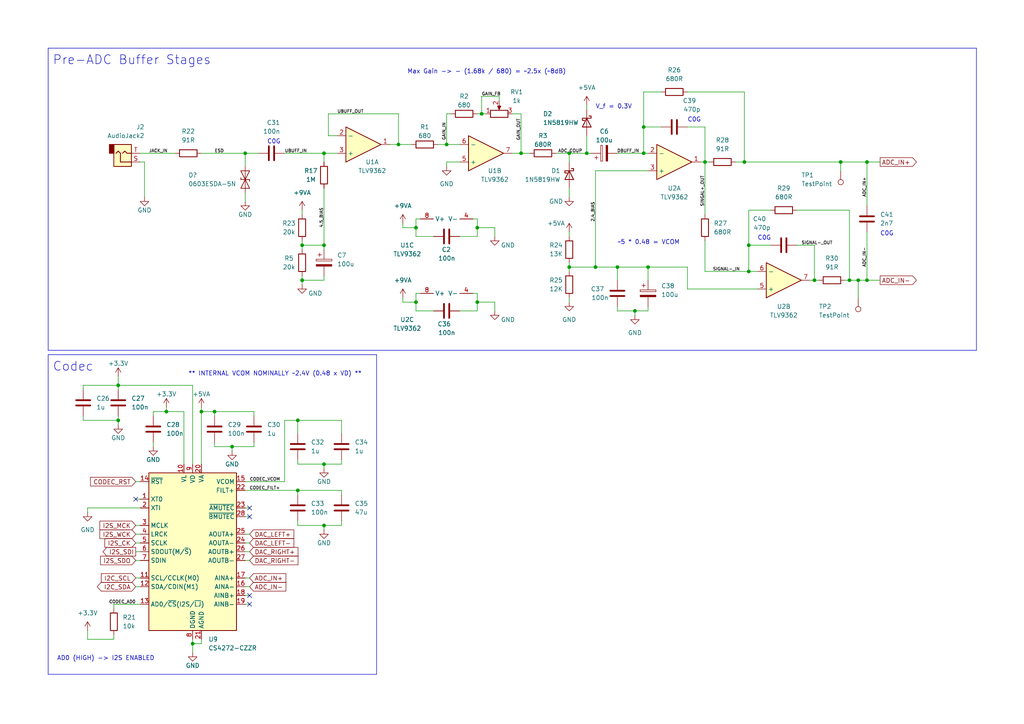
<source format=kicad_sch>
(kicad_sch (version 20230121) (generator eeschema)

  (uuid 989b40a5-7133-42cb-83b4-e20d6be5ce07)

  (paper "A4")

  (title_block
    (title "Analog / Codec")
    (rev "v1.0")
  )

  (lib_symbols
    (symbol "Audio:CS4272" (in_bom yes) (on_board yes)
      (property "Reference" "U" (at -12.7 24.13 0)
        (effects (font (size 1.27 1.27)) (justify left bottom))
      )
      (property "Value" "CS4272" (at 5.08 -24.13 0)
        (effects (font (size 1.27 1.27)) (justify left top))
      )
      (property "Footprint" "Package_SO:TSSOP-28_4.4x9.7mm_P0.65mm" (at 0 0 0)
        (effects (font (size 1.27 1.27)) hide)
      )
      (property "Datasheet" "https://statics.cirrus.com/pubs/proDatasheet/CS4272_F1.pdf" (at 0 0 0)
        (effects (font (size 1.27 1.27)) hide)
      )
      (property "ki_keywords" "stereo 2ch audio codec i2s 24bit 192kHz" (at 0 0 0)
        (effects (font (size 1.27 1.27)) hide)
      )
      (property "ki_description" "24-Bit, 192 kHz Stereo Audio CODEC, TSSOP-28" (at 0 0 0)
        (effects (font (size 1.27 1.27)) hide)
      )
      (property "ki_fp_filters" "TSSOP*4.4x9.7mm*P0.65mm*" (at 0 0 0)
        (effects (font (size 1.27 1.27)) hide)
      )
      (symbol "CS4272_0_1"
        (rectangle (start -12.7 22.86) (end 12.7 -22.86)
          (stroke (width 0.254) (type default))
          (fill (type background))
        )
      )
      (symbol "CS4272_1_1"
        (pin output line (at -15.24 15.24 0) (length 2.54)
          (name "XT0" (effects (font (size 1.27 1.27))))
          (number "1" (effects (font (size 1.27 1.27))))
        )
        (pin power_in line (at -2.54 25.4 270) (length 2.54)
          (name "VL" (effects (font (size 1.27 1.27))))
          (number "10" (effects (font (size 1.27 1.27))))
        )
        (pin input line (at -15.24 -7.62 0) (length 2.54)
          (name "SCL/CCLK(M0)" (effects (font (size 1.27 1.27))))
          (number "11" (effects (font (size 1.27 1.27))))
        )
        (pin bidirectional line (at -15.24 -10.16 0) (length 2.54)
          (name "SDA/CDIN(M1)" (effects (font (size 1.27 1.27))))
          (number "12" (effects (font (size 1.27 1.27))))
        )
        (pin input line (at -15.24 -15.24 0) (length 2.54)
          (name "AD0/~{CS}(I2S/~{LJ})" (effects (font (size 1.27 1.27))))
          (number "13" (effects (font (size 1.27 1.27))))
        )
        (pin input line (at -15.24 20.32 0) (length 2.54)
          (name "~{RST}" (effects (font (size 1.27 1.27))))
          (number "14" (effects (font (size 1.27 1.27))))
        )
        (pin output line (at 15.24 20.32 180) (length 2.54)
          (name "VCOM" (effects (font (size 1.27 1.27))))
          (number "15" (effects (font (size 1.27 1.27))))
        )
        (pin input line (at 15.24 -10.16 180) (length 2.54)
          (name "AINA-" (effects (font (size 1.27 1.27))))
          (number "16" (effects (font (size 1.27 1.27))))
        )
        (pin input line (at 15.24 -7.62 180) (length 2.54)
          (name "AINA+" (effects (font (size 1.27 1.27))))
          (number "17" (effects (font (size 1.27 1.27))))
        )
        (pin input line (at 15.24 -12.7 180) (length 2.54)
          (name "AINB+" (effects (font (size 1.27 1.27))))
          (number "18" (effects (font (size 1.27 1.27))))
        )
        (pin input line (at 15.24 -15.24 180) (length 2.54)
          (name "AINB-" (effects (font (size 1.27 1.27))))
          (number "19" (effects (font (size 1.27 1.27))))
        )
        (pin input line (at -15.24 12.7 0) (length 2.54)
          (name "XTI" (effects (font (size 1.27 1.27))))
          (number "2" (effects (font (size 1.27 1.27))))
        )
        (pin power_in line (at 2.54 25.4 270) (length 2.54)
          (name "VA" (effects (font (size 1.27 1.27))))
          (number "20" (effects (font (size 1.27 1.27))))
        )
        (pin power_in line (at 2.54 -25.4 90) (length 2.54)
          (name "AGND" (effects (font (size 1.27 1.27))))
          (number "21" (effects (font (size 1.27 1.27))))
        )
        (pin output line (at 15.24 17.78 180) (length 2.54)
          (name "FILT+" (effects (font (size 1.27 1.27))))
          (number "22" (effects (font (size 1.27 1.27))))
        )
        (pin output line (at 15.24 12.7 180) (length 2.54)
          (name "~{AMUTEC}" (effects (font (size 1.27 1.27))))
          (number "23" (effects (font (size 1.27 1.27))))
        )
        (pin output line (at 15.24 2.54 180) (length 2.54)
          (name "AOUTA-" (effects (font (size 1.27 1.27))))
          (number "24" (effects (font (size 1.27 1.27))))
        )
        (pin output line (at 15.24 5.08 180) (length 2.54)
          (name "AOUTA+" (effects (font (size 1.27 1.27))))
          (number "25" (effects (font (size 1.27 1.27))))
        )
        (pin output line (at 15.24 0 180) (length 2.54)
          (name "AOUTB+" (effects (font (size 1.27 1.27))))
          (number "26" (effects (font (size 1.27 1.27))))
        )
        (pin output line (at 15.24 -2.54 180) (length 2.54)
          (name "AOUTB-" (effects (font (size 1.27 1.27))))
          (number "27" (effects (font (size 1.27 1.27))))
        )
        (pin output line (at 15.24 10.16 180) (length 2.54)
          (name "~{BMUTEC}" (effects (font (size 1.27 1.27))))
          (number "28" (effects (font (size 1.27 1.27))))
        )
        (pin bidirectional line (at -15.24 7.62 0) (length 2.54)
          (name "MCLK" (effects (font (size 1.27 1.27))))
          (number "3" (effects (font (size 1.27 1.27))))
        )
        (pin bidirectional line (at -15.24 5.08 0) (length 2.54)
          (name "LRCK" (effects (font (size 1.27 1.27))))
          (number "4" (effects (font (size 1.27 1.27))))
        )
        (pin bidirectional line (at -15.24 2.54 0) (length 2.54)
          (name "SCLK" (effects (font (size 1.27 1.27))))
          (number "5" (effects (font (size 1.27 1.27))))
        )
        (pin output line (at -15.24 0 0) (length 2.54)
          (name "SDOUT(M/~{S})" (effects (font (size 1.27 1.27))))
          (number "6" (effects (font (size 1.27 1.27))))
        )
        (pin input line (at -15.24 -2.54 0) (length 2.54)
          (name "SDIN" (effects (font (size 1.27 1.27))))
          (number "7" (effects (font (size 1.27 1.27))))
        )
        (pin power_in line (at 0 -25.4 90) (length 2.54)
          (name "DGND" (effects (font (size 1.27 1.27))))
          (number "8" (effects (font (size 1.27 1.27))))
        )
        (pin power_in line (at 0 25.4 270) (length 2.54)
          (name "VD" (effects (font (size 1.27 1.27))))
          (number "9" (effects (font (size 1.27 1.27))))
        )
      )
    )
    (symbol "Connector:AudioJack2" (in_bom yes) (on_board yes)
      (property "Reference" "J" (at 0 8.89 0)
        (effects (font (size 1.27 1.27)))
      )
      (property "Value" "AudioJack2" (at 0 6.35 0)
        (effects (font (size 1.27 1.27)))
      )
      (property "Footprint" "" (at 0 0 0)
        (effects (font (size 1.27 1.27)) hide)
      )
      (property "Datasheet" "~" (at 0 0 0)
        (effects (font (size 1.27 1.27)) hide)
      )
      (property "ki_keywords" "audio jack receptacle mono phone headphone TS connector" (at 0 0 0)
        (effects (font (size 1.27 1.27)) hide)
      )
      (property "ki_description" "Audio Jack, 2 Poles (Mono / TS)" (at 0 0 0)
        (effects (font (size 1.27 1.27)) hide)
      )
      (property "ki_fp_filters" "Jack*" (at 0 0 0)
        (effects (font (size 1.27 1.27)) hide)
      )
      (symbol "AudioJack2_0_1"
        (rectangle (start -3.81 0) (end -2.54 -2.54)
          (stroke (width 0.254) (type default))
          (fill (type outline))
        )
        (rectangle (start -2.54 3.81) (end 2.54 -2.54)
          (stroke (width 0.254) (type default))
          (fill (type background))
        )
        (polyline
          (pts
            (xy 0 0)
            (xy 0.635 -0.635)
            (xy 1.27 0)
            (xy 2.54 0)
          )
          (stroke (width 0.254) (type default))
          (fill (type none))
        )
        (polyline
          (pts
            (xy 2.54 2.54)
            (xy -0.635 2.54)
            (xy -0.635 0)
            (xy -1.27 -0.635)
            (xy -1.905 0)
          )
          (stroke (width 0.254) (type default))
          (fill (type none))
        )
      )
      (symbol "AudioJack2_1_1"
        (pin passive line (at 5.08 2.54 180) (length 2.54)
          (name "~" (effects (font (size 1.27 1.27))))
          (number "S" (effects (font (size 1.27 1.27))))
        )
        (pin passive line (at 5.08 0 180) (length 2.54)
          (name "~" (effects (font (size 1.27 1.27))))
          (number "T" (effects (font (size 1.27 1.27))))
        )
      )
    )
    (symbol "Connector:TestPoint" (pin_numbers hide) (pin_names (offset 0.762) hide) (in_bom yes) (on_board yes)
      (property "Reference" "TP" (at 0 6.858 0)
        (effects (font (size 1.27 1.27)))
      )
      (property "Value" "TestPoint" (at 0 5.08 0)
        (effects (font (size 1.27 1.27)))
      )
      (property "Footprint" "" (at 5.08 0 0)
        (effects (font (size 1.27 1.27)) hide)
      )
      (property "Datasheet" "~" (at 5.08 0 0)
        (effects (font (size 1.27 1.27)) hide)
      )
      (property "ki_keywords" "test point tp" (at 0 0 0)
        (effects (font (size 1.27 1.27)) hide)
      )
      (property "ki_description" "test point" (at 0 0 0)
        (effects (font (size 1.27 1.27)) hide)
      )
      (property "ki_fp_filters" "Pin* Test*" (at 0 0 0)
        (effects (font (size 1.27 1.27)) hide)
      )
      (symbol "TestPoint_0_1"
        (circle (center 0 3.302) (radius 0.762)
          (stroke (width 0) (type default))
          (fill (type none))
        )
      )
      (symbol "TestPoint_1_1"
        (pin passive line (at 0 0 90) (length 2.54)
          (name "1" (effects (font (size 1.27 1.27))))
          (number "1" (effects (font (size 1.27 1.27))))
        )
      )
    )
    (symbol "Device:C" (pin_numbers hide) (pin_names (offset 0.254)) (in_bom yes) (on_board yes)
      (property "Reference" "C" (at 0.635 2.54 0)
        (effects (font (size 1.27 1.27)) (justify left))
      )
      (property "Value" "C" (at 0.635 -2.54 0)
        (effects (font (size 1.27 1.27)) (justify left))
      )
      (property "Footprint" "" (at 0.9652 -3.81 0)
        (effects (font (size 1.27 1.27)) hide)
      )
      (property "Datasheet" "~" (at 0 0 0)
        (effects (font (size 1.27 1.27)) hide)
      )
      (property "ki_keywords" "cap capacitor" (at 0 0 0)
        (effects (font (size 1.27 1.27)) hide)
      )
      (property "ki_description" "Unpolarized capacitor" (at 0 0 0)
        (effects (font (size 1.27 1.27)) hide)
      )
      (property "ki_fp_filters" "C_*" (at 0 0 0)
        (effects (font (size 1.27 1.27)) hide)
      )
      (symbol "C_0_1"
        (polyline
          (pts
            (xy -2.032 -0.762)
            (xy 2.032 -0.762)
          )
          (stroke (width 0.508) (type default))
          (fill (type none))
        )
        (polyline
          (pts
            (xy -2.032 0.762)
            (xy 2.032 0.762)
          )
          (stroke (width 0.508) (type default))
          (fill (type none))
        )
      )
      (symbol "C_1_1"
        (pin passive line (at 0 3.81 270) (length 2.794)
          (name "~" (effects (font (size 1.27 1.27))))
          (number "1" (effects (font (size 1.27 1.27))))
        )
        (pin passive line (at 0 -3.81 90) (length 2.794)
          (name "~" (effects (font (size 1.27 1.27))))
          (number "2" (effects (font (size 1.27 1.27))))
        )
      )
    )
    (symbol "Device:C_Polarized" (pin_numbers hide) (pin_names (offset 0.254)) (in_bom yes) (on_board yes)
      (property "Reference" "C" (at 0.635 2.54 0)
        (effects (font (size 1.27 1.27)) (justify left))
      )
      (property "Value" "C_Polarized" (at 0.635 -2.54 0)
        (effects (font (size 1.27 1.27)) (justify left))
      )
      (property "Footprint" "" (at 0.9652 -3.81 0)
        (effects (font (size 1.27 1.27)) hide)
      )
      (property "Datasheet" "~" (at 0 0 0)
        (effects (font (size 1.27 1.27)) hide)
      )
      (property "ki_keywords" "cap capacitor" (at 0 0 0)
        (effects (font (size 1.27 1.27)) hide)
      )
      (property "ki_description" "Polarized capacitor" (at 0 0 0)
        (effects (font (size 1.27 1.27)) hide)
      )
      (property "ki_fp_filters" "CP_*" (at 0 0 0)
        (effects (font (size 1.27 1.27)) hide)
      )
      (symbol "C_Polarized_0_1"
        (rectangle (start -2.286 0.508) (end 2.286 1.016)
          (stroke (width 0) (type default))
          (fill (type none))
        )
        (polyline
          (pts
            (xy -1.778 2.286)
            (xy -0.762 2.286)
          )
          (stroke (width 0) (type default))
          (fill (type none))
        )
        (polyline
          (pts
            (xy -1.27 2.794)
            (xy -1.27 1.778)
          )
          (stroke (width 0) (type default))
          (fill (type none))
        )
        (rectangle (start 2.286 -0.508) (end -2.286 -1.016)
          (stroke (width 0) (type default))
          (fill (type outline))
        )
      )
      (symbol "C_Polarized_1_1"
        (pin passive line (at 0 3.81 270) (length 2.794)
          (name "~" (effects (font (size 1.27 1.27))))
          (number "1" (effects (font (size 1.27 1.27))))
        )
        (pin passive line (at 0 -3.81 90) (length 2.794)
          (name "~" (effects (font (size 1.27 1.27))))
          (number "2" (effects (font (size 1.27 1.27))))
        )
      )
    )
    (symbol "Device:D_Schottky" (pin_numbers hide) (pin_names (offset 1.016) hide) (in_bom yes) (on_board yes)
      (property "Reference" "D" (at 0 2.54 0)
        (effects (font (size 1.27 1.27)))
      )
      (property "Value" "D_Schottky" (at 0 -2.54 0)
        (effects (font (size 1.27 1.27)))
      )
      (property "Footprint" "" (at 0 0 0)
        (effects (font (size 1.27 1.27)) hide)
      )
      (property "Datasheet" "~" (at 0 0 0)
        (effects (font (size 1.27 1.27)) hide)
      )
      (property "ki_keywords" "diode Schottky" (at 0 0 0)
        (effects (font (size 1.27 1.27)) hide)
      )
      (property "ki_description" "Schottky diode" (at 0 0 0)
        (effects (font (size 1.27 1.27)) hide)
      )
      (property "ki_fp_filters" "TO-???* *_Diode_* *SingleDiode* D_*" (at 0 0 0)
        (effects (font (size 1.27 1.27)) hide)
      )
      (symbol "D_Schottky_0_1"
        (polyline
          (pts
            (xy 1.27 0)
            (xy -1.27 0)
          )
          (stroke (width 0) (type default))
          (fill (type none))
        )
        (polyline
          (pts
            (xy 1.27 1.27)
            (xy 1.27 -1.27)
            (xy -1.27 0)
            (xy 1.27 1.27)
          )
          (stroke (width 0.254) (type default))
          (fill (type none))
        )
        (polyline
          (pts
            (xy -1.905 0.635)
            (xy -1.905 1.27)
            (xy -1.27 1.27)
            (xy -1.27 -1.27)
            (xy -0.635 -1.27)
            (xy -0.635 -0.635)
          )
          (stroke (width 0.254) (type default))
          (fill (type none))
        )
      )
      (symbol "D_Schottky_1_1"
        (pin passive line (at -3.81 0 0) (length 2.54)
          (name "K" (effects (font (size 1.27 1.27))))
          (number "1" (effects (font (size 1.27 1.27))))
        )
        (pin passive line (at 3.81 0 180) (length 2.54)
          (name "A" (effects (font (size 1.27 1.27))))
          (number "2" (effects (font (size 1.27 1.27))))
        )
      )
    )
    (symbol "Device:Opamp_Dual" (in_bom yes) (on_board yes)
      (property "Reference" "U" (at 0 5.08 0)
        (effects (font (size 1.27 1.27)) (justify left))
      )
      (property "Value" "Opamp_Dual" (at 0 -5.08 0)
        (effects (font (size 1.27 1.27)) (justify left))
      )
      (property "Footprint" "" (at 0 0 0)
        (effects (font (size 1.27 1.27)) hide)
      )
      (property "Datasheet" "~" (at 0 0 0)
        (effects (font (size 1.27 1.27)) hide)
      )
      (property "ki_locked" "" (at 0 0 0)
        (effects (font (size 1.27 1.27)))
      )
      (property "ki_keywords" "dual opamp" (at 0 0 0)
        (effects (font (size 1.27 1.27)) hide)
      )
      (property "ki_description" "Dual operational amplifier" (at 0 0 0)
        (effects (font (size 1.27 1.27)) hide)
      )
      (property "ki_fp_filters" "SOIC*3.9x4.9mm*P1.27mm* DIP*W7.62mm* MSOP*3x3mm*P0.65mm* SSOP*2.95x2.8mm*P0.65mm* TSSOP*3x3mm*P0.65mm* VSSOP*P0.5mm* TO?99*" (at 0 0 0)
        (effects (font (size 1.27 1.27)) hide)
      )
      (symbol "Opamp_Dual_1_1"
        (polyline
          (pts
            (xy -5.08 5.08)
            (xy 5.08 0)
            (xy -5.08 -5.08)
            (xy -5.08 5.08)
          )
          (stroke (width 0.254) (type default))
          (fill (type background))
        )
        (pin output line (at 7.62 0 180) (length 2.54)
          (name "~" (effects (font (size 1.27 1.27))))
          (number "1" (effects (font (size 1.27 1.27))))
        )
        (pin input line (at -7.62 -2.54 0) (length 2.54)
          (name "-" (effects (font (size 1.27 1.27))))
          (number "2" (effects (font (size 1.27 1.27))))
        )
        (pin input line (at -7.62 2.54 0) (length 2.54)
          (name "+" (effects (font (size 1.27 1.27))))
          (number "3" (effects (font (size 1.27 1.27))))
        )
      )
      (symbol "Opamp_Dual_2_1"
        (polyline
          (pts
            (xy -5.08 5.08)
            (xy 5.08 0)
            (xy -5.08 -5.08)
            (xy -5.08 5.08)
          )
          (stroke (width 0.254) (type default))
          (fill (type background))
        )
        (pin input line (at -7.62 2.54 0) (length 2.54)
          (name "+" (effects (font (size 1.27 1.27))))
          (number "5" (effects (font (size 1.27 1.27))))
        )
        (pin input line (at -7.62 -2.54 0) (length 2.54)
          (name "-" (effects (font (size 1.27 1.27))))
          (number "6" (effects (font (size 1.27 1.27))))
        )
        (pin output line (at 7.62 0 180) (length 2.54)
          (name "~" (effects (font (size 1.27 1.27))))
          (number "7" (effects (font (size 1.27 1.27))))
        )
      )
      (symbol "Opamp_Dual_3_1"
        (pin power_in line (at -2.54 -7.62 90) (length 3.81)
          (name "V-" (effects (font (size 1.27 1.27))))
          (number "4" (effects (font (size 1.27 1.27))))
        )
        (pin power_in line (at -2.54 7.62 270) (length 3.81)
          (name "V+" (effects (font (size 1.27 1.27))))
          (number "8" (effects (font (size 1.27 1.27))))
        )
      )
    )
    (symbol "Device:R" (pin_numbers hide) (pin_names (offset 0)) (in_bom yes) (on_board yes)
      (property "Reference" "R" (at 2.032 0 90)
        (effects (font (size 1.27 1.27)))
      )
      (property "Value" "R" (at 0 0 90)
        (effects (font (size 1.27 1.27)))
      )
      (property "Footprint" "" (at -1.778 0 90)
        (effects (font (size 1.27 1.27)) hide)
      )
      (property "Datasheet" "~" (at 0 0 0)
        (effects (font (size 1.27 1.27)) hide)
      )
      (property "ki_keywords" "R res resistor" (at 0 0 0)
        (effects (font (size 1.27 1.27)) hide)
      )
      (property "ki_description" "Resistor" (at 0 0 0)
        (effects (font (size 1.27 1.27)) hide)
      )
      (property "ki_fp_filters" "R_*" (at 0 0 0)
        (effects (font (size 1.27 1.27)) hide)
      )
      (symbol "R_0_1"
        (rectangle (start -1.016 -2.54) (end 1.016 2.54)
          (stroke (width 0.254) (type default))
          (fill (type none))
        )
      )
      (symbol "R_1_1"
        (pin passive line (at 0 3.81 270) (length 1.27)
          (name "~" (effects (font (size 1.27 1.27))))
          (number "1" (effects (font (size 1.27 1.27))))
        )
        (pin passive line (at 0 -3.81 90) (length 1.27)
          (name "~" (effects (font (size 1.27 1.27))))
          (number "2" (effects (font (size 1.27 1.27))))
        )
      )
    )
    (symbol "Device:R_Potentiometer" (pin_names (offset 1.016) hide) (in_bom yes) (on_board yes)
      (property "Reference" "RV" (at -4.445 0 90)
        (effects (font (size 1.27 1.27)))
      )
      (property "Value" "R_Potentiometer" (at -2.54 0 90)
        (effects (font (size 1.27 1.27)))
      )
      (property "Footprint" "" (at 0 0 0)
        (effects (font (size 1.27 1.27)) hide)
      )
      (property "Datasheet" "~" (at 0 0 0)
        (effects (font (size 1.27 1.27)) hide)
      )
      (property "ki_keywords" "resistor variable" (at 0 0 0)
        (effects (font (size 1.27 1.27)) hide)
      )
      (property "ki_description" "Potentiometer" (at 0 0 0)
        (effects (font (size 1.27 1.27)) hide)
      )
      (property "ki_fp_filters" "Potentiometer*" (at 0 0 0)
        (effects (font (size 1.27 1.27)) hide)
      )
      (symbol "R_Potentiometer_0_1"
        (polyline
          (pts
            (xy 2.54 0)
            (xy 1.524 0)
          )
          (stroke (width 0) (type default))
          (fill (type none))
        )
        (polyline
          (pts
            (xy 1.143 0)
            (xy 2.286 0.508)
            (xy 2.286 -0.508)
            (xy 1.143 0)
          )
          (stroke (width 0) (type default))
          (fill (type outline))
        )
        (rectangle (start 1.016 2.54) (end -1.016 -2.54)
          (stroke (width 0.254) (type default))
          (fill (type none))
        )
      )
      (symbol "R_Potentiometer_1_1"
        (pin passive line (at 0 3.81 270) (length 1.27)
          (name "1" (effects (font (size 1.27 1.27))))
          (number "1" (effects (font (size 1.27 1.27))))
        )
        (pin passive line (at 3.81 0 180) (length 1.27)
          (name "2" (effects (font (size 1.27 1.27))))
          (number "2" (effects (font (size 1.27 1.27))))
        )
        (pin passive line (at 0 -3.81 90) (length 1.27)
          (name "3" (effects (font (size 1.27 1.27))))
          (number "3" (effects (font (size 1.27 1.27))))
        )
      )
    )
    (symbol "Diode:ESD9B3.3ST5G" (pin_numbers hide) (pin_names (offset 1.016) hide) (in_bom yes) (on_board yes)
      (property "Reference" "D" (at 0 2.54 0)
        (effects (font (size 1.27 1.27)))
      )
      (property "Value" "ESD9B3.3ST5G" (at 0 -2.54 0)
        (effects (font (size 1.27 1.27)))
      )
      (property "Footprint" "Diode_SMD:D_SOD-923" (at 0 0 0)
        (effects (font (size 1.27 1.27)) hide)
      )
      (property "Datasheet" "https://www.onsemi.com/pub/Collateral/ESD9B-D.PDF" (at 0 0 0)
        (effects (font (size 1.27 1.27)) hide)
      )
      (property "ki_keywords" "diode TVS ESD" (at 0 0 0)
        (effects (font (size 1.27 1.27)) hide)
      )
      (property "ki_description" "ESD protection diode, 3.3Vrwm, SOD-923" (at 0 0 0)
        (effects (font (size 1.27 1.27)) hide)
      )
      (property "ki_fp_filters" "D*SOD?923*" (at 0 0 0)
        (effects (font (size 1.27 1.27)) hide)
      )
      (symbol "ESD9B3.3ST5G_0_1"
        (polyline
          (pts
            (xy 1.27 0)
            (xy -1.27 0)
          )
          (stroke (width 0) (type default))
          (fill (type none))
        )
        (polyline
          (pts
            (xy -2.54 -1.27)
            (xy 0 0)
            (xy -2.54 1.27)
            (xy -2.54 -1.27)
          )
          (stroke (width 0.2032) (type default))
          (fill (type none))
        )
        (polyline
          (pts
            (xy 0.508 1.27)
            (xy 0 1.27)
            (xy 0 -1.27)
            (xy -0.508 -1.27)
          )
          (stroke (width 0.2032) (type default))
          (fill (type none))
        )
        (polyline
          (pts
            (xy 2.54 1.27)
            (xy 2.54 -1.27)
            (xy 0 0)
            (xy 2.54 1.27)
          )
          (stroke (width 0.2032) (type default))
          (fill (type none))
        )
      )
      (symbol "ESD9B3.3ST5G_1_1"
        (pin passive line (at -3.81 0 0) (length 2.54)
          (name "A1" (effects (font (size 1.27 1.27))))
          (number "1" (effects (font (size 1.27 1.27))))
        )
        (pin passive line (at 3.81 0 180) (length 2.54)
          (name "A2" (effects (font (size 1.27 1.27))))
          (number "2" (effects (font (size 1.27 1.27))))
        )
      )
    )
    (symbol "power:+3.3V" (power) (pin_names (offset 0)) (in_bom yes) (on_board yes)
      (property "Reference" "#PWR" (at 0 -3.81 0)
        (effects (font (size 1.27 1.27)) hide)
      )
      (property "Value" "+3.3V" (at 0 3.556 0)
        (effects (font (size 1.27 1.27)))
      )
      (property "Footprint" "" (at 0 0 0)
        (effects (font (size 1.27 1.27)) hide)
      )
      (property "Datasheet" "" (at 0 0 0)
        (effects (font (size 1.27 1.27)) hide)
      )
      (property "ki_keywords" "power-flag" (at 0 0 0)
        (effects (font (size 1.27 1.27)) hide)
      )
      (property "ki_description" "Power symbol creates a global label with name \"+3.3V\"" (at 0 0 0)
        (effects (font (size 1.27 1.27)) hide)
      )
      (symbol "+3.3V_0_1"
        (polyline
          (pts
            (xy -0.762 1.27)
            (xy 0 2.54)
          )
          (stroke (width 0) (type default))
          (fill (type none))
        )
        (polyline
          (pts
            (xy 0 0)
            (xy 0 2.54)
          )
          (stroke (width 0) (type default))
          (fill (type none))
        )
        (polyline
          (pts
            (xy 0 2.54)
            (xy 0.762 1.27)
          )
          (stroke (width 0) (type default))
          (fill (type none))
        )
      )
      (symbol "+3.3V_1_1"
        (pin power_in line (at 0 0 90) (length 0) hide
          (name "+3.3V" (effects (font (size 1.27 1.27))))
          (number "1" (effects (font (size 1.27 1.27))))
        )
      )
    )
    (symbol "power:+5VA" (power) (pin_names (offset 0)) (in_bom yes) (on_board yes)
      (property "Reference" "#PWR" (at 0 -3.81 0)
        (effects (font (size 1.27 1.27)) hide)
      )
      (property "Value" "+5VA" (at 0 3.556 0)
        (effects (font (size 1.27 1.27)))
      )
      (property "Footprint" "" (at 0 0 0)
        (effects (font (size 1.27 1.27)) hide)
      )
      (property "Datasheet" "" (at 0 0 0)
        (effects (font (size 1.27 1.27)) hide)
      )
      (property "ki_keywords" "power-flag" (at 0 0 0)
        (effects (font (size 1.27 1.27)) hide)
      )
      (property "ki_description" "Power symbol creates a global label with name \"+5VA\"" (at 0 0 0)
        (effects (font (size 1.27 1.27)) hide)
      )
      (symbol "+5VA_0_1"
        (polyline
          (pts
            (xy -0.762 1.27)
            (xy 0 2.54)
          )
          (stroke (width 0) (type default))
          (fill (type none))
        )
        (polyline
          (pts
            (xy 0 0)
            (xy 0 2.54)
          )
          (stroke (width 0) (type default))
          (fill (type none))
        )
        (polyline
          (pts
            (xy 0 2.54)
            (xy 0.762 1.27)
          )
          (stroke (width 0) (type default))
          (fill (type none))
        )
      )
      (symbol "+5VA_1_1"
        (pin power_in line (at 0 0 90) (length 0) hide
          (name "+5VA" (effects (font (size 1.27 1.27))))
          (number "1" (effects (font (size 1.27 1.27))))
        )
      )
    )
    (symbol "power:+9VA" (power) (pin_names (offset 0)) (in_bom yes) (on_board yes)
      (property "Reference" "#PWR" (at 0 -3.175 0)
        (effects (font (size 1.27 1.27)) hide)
      )
      (property "Value" "+9VA" (at 0 3.81 0)
        (effects (font (size 1.27 1.27)))
      )
      (property "Footprint" "" (at 0 0 0)
        (effects (font (size 1.27 1.27)) hide)
      )
      (property "Datasheet" "" (at 0 0 0)
        (effects (font (size 1.27 1.27)) hide)
      )
      (property "ki_keywords" "global power" (at 0 0 0)
        (effects (font (size 1.27 1.27)) hide)
      )
      (property "ki_description" "Power symbol creates a global label with name \"+9VA\"" (at 0 0 0)
        (effects (font (size 1.27 1.27)) hide)
      )
      (symbol "+9VA_0_1"
        (polyline
          (pts
            (xy -0.762 1.27)
            (xy 0 2.54)
          )
          (stroke (width 0) (type default))
          (fill (type none))
        )
        (polyline
          (pts
            (xy 0 0)
            (xy 0 2.54)
          )
          (stroke (width 0) (type default))
          (fill (type none))
        )
        (polyline
          (pts
            (xy 0 2.54)
            (xy 0.762 1.27)
          )
          (stroke (width 0) (type default))
          (fill (type none))
        )
      )
      (symbol "+9VA_1_1"
        (pin power_in line (at 0 0 90) (length 0) hide
          (name "+9VA" (effects (font (size 1.27 1.27))))
          (number "1" (effects (font (size 1.27 1.27))))
        )
      )
    )
    (symbol "power:GND" (power) (pin_names (offset 0)) (in_bom yes) (on_board yes)
      (property "Reference" "#PWR" (at 0 -6.35 0)
        (effects (font (size 1.27 1.27)) hide)
      )
      (property "Value" "GND" (at 0 -3.81 0)
        (effects (font (size 1.27 1.27)))
      )
      (property "Footprint" "" (at 0 0 0)
        (effects (font (size 1.27 1.27)) hide)
      )
      (property "Datasheet" "" (at 0 0 0)
        (effects (font (size 1.27 1.27)) hide)
      )
      (property "ki_keywords" "power-flag" (at 0 0 0)
        (effects (font (size 1.27 1.27)) hide)
      )
      (property "ki_description" "Power symbol creates a global label with name \"GND\" , ground" (at 0 0 0)
        (effects (font (size 1.27 1.27)) hide)
      )
      (symbol "GND_0_1"
        (polyline
          (pts
            (xy 0 0)
            (xy 0 -1.27)
            (xy 1.27 -1.27)
            (xy 0 -2.54)
            (xy -1.27 -1.27)
            (xy 0 -1.27)
          )
          (stroke (width 0) (type default))
          (fill (type none))
        )
      )
      (symbol "GND_1_1"
        (pin power_in line (at 0 0 270) (length 0) hide
          (name "GND" (effects (font (size 1.27 1.27))))
          (number "1" (effects (font (size 1.27 1.27))))
        )
      )
    )
  )

  (junction (at 246.38 81.28) (diameter 0) (color 0 0 0 0)
    (uuid 03a35c4a-afa4-4a1c-81bc-8de77d68cb1d)
  )
  (junction (at 62.23 119.38) (diameter 0) (color 0 0 0 0)
    (uuid 0ee1a152-663f-4fb7-bd84-9df61b65b440)
  )
  (junction (at 120.65 87.63) (diameter 0) (color 0 0 0 0)
    (uuid 1804d0fc-100d-41be-bedc-972b311a7280)
  )
  (junction (at 58.42 119.38) (diameter 0) (color 0 0 0 0)
    (uuid 1ef19f31-94c8-4a06-9c28-e33c08fd0900)
  )
  (junction (at 184.15 90.17) (diameter 0) (color 0 0 0 0)
    (uuid 2129931f-aaf3-4da9-85ac-f8119a1eafd4)
  )
  (junction (at 93.98 134.62) (diameter 0) (color 0 0 0 0)
    (uuid 21f4cab6-f45d-4f3d-ac8a-c580ae828772)
  )
  (junction (at 251.46 81.28) (diameter 0) (color 0 0 0 0)
    (uuid 285c4dbe-c91a-4f8b-834c-202a38c26094)
  )
  (junction (at 138.43 87.63) (diameter 0) (color 0 0 0 0)
    (uuid 291b7388-e0fd-4dd9-bfca-904dce34cc97)
  )
  (junction (at 71.12 44.45) (diameter 0) (color 0 0 0 0)
    (uuid 2b6e2629-61f0-4870-8c0e-709ef770224d)
  )
  (junction (at 55.88 186.69) (diameter 0) (color 0 0 0 0)
    (uuid 313fe209-04e5-4a09-8dbb-50fd01278ed3)
  )
  (junction (at 129.54 41.91) (diameter 0) (color 0 0 0 0)
    (uuid 375356fe-e94e-4acb-974e-03a49ce609c0)
  )
  (junction (at 204.47 46.99) (diameter 0) (color 0 0 0 0)
    (uuid 3b9dbdf3-3483-4e45-b07e-9cb936b85c33)
  )
  (junction (at 217.17 78.74) (diameter 0) (color 0 0 0 0)
    (uuid 3f411b97-1e3c-4045-90a2-a4110ca79a90)
  )
  (junction (at 34.29 111.76) (diameter 0) (color 0 0 0 0)
    (uuid 4500afff-d66e-4f08-a4c9-669cde8b55ee)
  )
  (junction (at 165.1 44.45) (diameter 0) (color 0 0 0 0)
    (uuid 4724cf52-0060-47d8-8ad4-9255799b7355)
  )
  (junction (at 172.72 77.47) (diameter 0) (color 0 0 0 0)
    (uuid 515975bc-5318-4ec4-bc81-c87d3ae73825)
  )
  (junction (at 87.63 71.12) (diameter 0) (color 0 0 0 0)
    (uuid 5b0851a8-6c61-466a-b6ed-61491b908e36)
  )
  (junction (at 93.98 152.4) (diameter 0) (color 0 0 0 0)
    (uuid 5d7f7434-7579-4395-ae90-a3a9fd23edd4)
  )
  (junction (at 248.92 81.28) (diameter 0) (color 0 0 0 0)
    (uuid 682bd859-b74c-4a05-8b10-27a22ba5dd95)
  )
  (junction (at 187.96 77.47) (diameter 0) (color 0 0 0 0)
    (uuid 69bbb12a-5bac-4f40-9127-f76abf24f247)
  )
  (junction (at 86.36 142.24) (diameter 0) (color 0 0 0 0)
    (uuid 6f108609-7cc3-4997-bbc1-23ad60794a88)
  )
  (junction (at 243.84 46.99) (diameter 0) (color 0 0 0 0)
    (uuid 7b63ade7-95bc-46f7-a820-73ee3f4535d7)
  )
  (junction (at 236.22 81.28) (diameter 0) (color 0 0 0 0)
    (uuid 7fef1bd6-9090-46ae-b9fb-1b9ec736f608)
  )
  (junction (at 186.69 44.45) (diameter 0) (color 0 0 0 0)
    (uuid 83c7701c-a7c0-4014-90bf-3c2b1e667cce)
  )
  (junction (at 86.36 121.92) (diameter 0) (color 0 0 0 0)
    (uuid 83e4a70d-8dd0-48b9-8cf2-5caaabea01c8)
  )
  (junction (at 138.43 66.04) (diameter 0) (color 0 0 0 0)
    (uuid 8bc0d4dd-c249-4bfc-9a4d-6c4b1f159b17)
  )
  (junction (at 217.17 71.12) (diameter 0) (color 0 0 0 0)
    (uuid 99cb3c34-1eba-4e6c-b9ce-2f8d84ea1f9a)
  )
  (junction (at 120.65 66.04) (diameter 0) (color 0 0 0 0)
    (uuid 9f204b9b-87a7-4b49-9cae-e15329446168)
  )
  (junction (at 179.07 77.47) (diameter 0) (color 0 0 0 0)
    (uuid a720b8eb-b254-4106-ae07-5c9cb05037bf)
  )
  (junction (at 93.98 71.12) (diameter 0) (color 0 0 0 0)
    (uuid a7891ed9-aeb3-4848-82b4-b8e9640f5196)
  )
  (junction (at 139.7 33.02) (diameter 0) (color 0 0 0 0)
    (uuid a93558e3-1b65-458b-a078-88859c2f7572)
  )
  (junction (at 170.18 44.45) (diameter 0) (color 0 0 0 0)
    (uuid ad8ecfa2-fc21-430b-91c6-7ef17e73b959)
  )
  (junction (at 48.26 119.38) (diameter 0) (color 0 0 0 0)
    (uuid af09e6ff-dcab-4573-b041-81c676ee7bdd)
  )
  (junction (at 67.31 129.54) (diameter 0) (color 0 0 0 0)
    (uuid b22fe7b7-5cef-42cf-87cb-ada5ac55bb7a)
  )
  (junction (at 215.9 46.99) (diameter 0) (color 0 0 0 0)
    (uuid b33b21bd-586c-4475-a05e-d867bd85f6f2)
  )
  (junction (at 34.29 121.92) (diameter 0) (color 0 0 0 0)
    (uuid b5d09341-8468-4c24-b4b3-079e484c409a)
  )
  (junction (at 87.63 81.28) (diameter 0) (color 0 0 0 0)
    (uuid c077c704-edc0-4b50-920f-595f1e6a886e)
  )
  (junction (at 151.13 44.45) (diameter 0) (color 0 0 0 0)
    (uuid c5c429b6-3df2-4b27-b7bc-9ae718ad56f5)
  )
  (junction (at 251.46 46.99) (diameter 0) (color 0 0 0 0)
    (uuid cba1e0f3-e0be-4fb4-bbbb-0cc9dd0727f8)
  )
  (junction (at 186.69 36.83) (diameter 0) (color 0 0 0 0)
    (uuid d9d2f1d0-49ae-4c56-b65e-f6922353474a)
  )
  (junction (at 93.98 44.45) (diameter 0) (color 0 0 0 0)
    (uuid dab49f02-42bc-48a7-bfda-85a5e5fa181a)
  )
  (junction (at 115.57 41.91) (diameter 0) (color 0 0 0 0)
    (uuid e06f87a0-da97-4446-9a62-98168b24e0a1)
  )
  (junction (at 165.1 77.47) (diameter 0) (color 0 0 0 0)
    (uuid ff763c1c-c529-4ea8-b6e1-ef11b0e01b29)
  )

  (no_connect (at 39.37 144.78) (uuid 3677d15d-453c-4cf0-8d9d-2dafc453b918))
  (no_connect (at 72.39 172.72) (uuid 6bffadba-c244-4a0b-9101-803a7dac99db))
  (no_connect (at 72.39 175.26) (uuid 6bffadba-c244-4a0b-9101-803a7dac99dc))
  (no_connect (at 72.39 147.32) (uuid ed94141e-0b22-4672-981e-93b335164c7a))
  (no_connect (at 72.39 149.86) (uuid ed94141e-0b22-4672-981e-93b335164c7b))

  (wire (pts (xy 55.88 111.76) (xy 34.29 111.76))
    (stroke (width 0) (type default))
    (uuid 01ef0bb9-42e3-472e-ac21-45b323f20b31)
  )
  (wire (pts (xy 165.1 44.45) (xy 165.1 46.99))
    (stroke (width 0) (type default))
    (uuid 022a07f8-e3d6-4b34-bfc7-91b770d01e11)
  )
  (wire (pts (xy 213.36 46.99) (xy 215.9 46.99))
    (stroke (width 0) (type default))
    (uuid 05b2ee4d-3d49-409d-9889-e3f4040c5ffe)
  )
  (wire (pts (xy 133.35 46.99) (xy 129.54 46.99))
    (stroke (width 0) (type default))
    (uuid 05f8a050-dda3-487d-ae68-9ea67d67fc76)
  )
  (wire (pts (xy 139.7 33.02) (xy 140.97 33.02))
    (stroke (width 0) (type default))
    (uuid 06eb18ab-0081-4953-862b-05bb151759c5)
  )
  (wire (pts (xy 39.37 139.7) (xy 40.64 139.7))
    (stroke (width 0) (type default))
    (uuid 0886a2eb-74a6-4dd7-8487-457fa8c8d549)
  )
  (wire (pts (xy 170.18 30.48) (xy 170.18 31.75))
    (stroke (width 0) (type default))
    (uuid 0c61db76-2e42-4ff8-b570-92f349e9eda1)
  )
  (wire (pts (xy 99.06 143.51) (xy 99.06 142.24))
    (stroke (width 0) (type default))
    (uuid 0e2569cc-7c42-49ac-b98a-fbe94a156dd2)
  )
  (wire (pts (xy 33.02 184.15) (xy 33.02 185.42))
    (stroke (width 0) (type default))
    (uuid 116f71b0-ef4c-401e-9a73-7a0f4b526aba)
  )
  (wire (pts (xy 71.12 44.45) (xy 74.93 44.45))
    (stroke (width 0) (type default))
    (uuid 11edf66f-3bae-4ec0-952b-4a5c91879321)
  )
  (wire (pts (xy 86.36 142.24) (xy 86.36 143.51))
    (stroke (width 0) (type default))
    (uuid 11f8f253-1df6-4ed2-9847-1096225a16d7)
  )
  (wire (pts (xy 234.95 81.28) (xy 236.22 81.28))
    (stroke (width 0) (type default))
    (uuid 12b1e0d6-cc22-41f8-bbcb-721fbbb3e358)
  )
  (wire (pts (xy 165.1 67.31) (xy 165.1 68.58))
    (stroke (width 0) (type default))
    (uuid 13c39ed9-d2e0-498f-b56e-d25152eecb26)
  )
  (wire (pts (xy 139.7 27.94) (xy 139.7 33.02))
    (stroke (width 0) (type default))
    (uuid 147b7ef2-f04d-4b76-8170-c83c01404ac4)
  )
  (wire (pts (xy 39.37 167.64) (xy 40.64 167.64))
    (stroke (width 0) (type default))
    (uuid 1484aee6-94d8-476e-9f2a-e784f138e193)
  )
  (wire (pts (xy 87.63 60.96) (xy 87.63 62.23))
    (stroke (width 0) (type default))
    (uuid 16e35217-e580-4502-932c-25af1d1ca678)
  )
  (wire (pts (xy 120.65 90.17) (xy 120.65 87.63))
    (stroke (width 0) (type default))
    (uuid 16fb239c-aaaa-4a4f-b4c7-69dda237193d)
  )
  (wire (pts (xy 127 41.91) (xy 129.54 41.91))
    (stroke (width 0) (type default))
    (uuid 186dc65d-b2a5-4dcb-b413-f5003fce706c)
  )
  (wire (pts (xy 143.51 87.63) (xy 143.51 90.17))
    (stroke (width 0) (type default))
    (uuid 19d717a8-518b-4672-af67-44d334f3a99b)
  )
  (wire (pts (xy 199.39 83.82) (xy 219.71 83.82))
    (stroke (width 0) (type default))
    (uuid 1b17d49d-6a55-4976-968e-b2f5e7b28ee0)
  )
  (wire (pts (xy 138.43 90.17) (xy 133.35 90.17))
    (stroke (width 0) (type default))
    (uuid 1d91d8c4-b8fd-46f8-b49e-aca080622777)
  )
  (wire (pts (xy 231.14 71.12) (xy 236.22 71.12))
    (stroke (width 0) (type default))
    (uuid 1df19683-90e0-47ef-80e9-74fdd69c9e1d)
  )
  (wire (pts (xy 71.12 44.45) (xy 71.12 48.26))
    (stroke (width 0) (type default))
    (uuid 1e4b18c8-02ab-4e08-9fcc-c94b91362fdc)
  )
  (wire (pts (xy 67.31 129.54) (xy 67.31 130.81))
    (stroke (width 0) (type default))
    (uuid 1e9f9f0f-7a6c-4685-8ce4-64173434872a)
  )
  (wire (pts (xy 34.29 111.76) (xy 34.29 113.03))
    (stroke (width 0) (type default))
    (uuid 211dc638-3c71-479d-a146-97a76d43d1fe)
  )
  (wire (pts (xy 39.37 144.78) (xy 40.64 144.78))
    (stroke (width 0) (type default))
    (uuid 23a67938-f1c0-4255-8470-3717b61520fc)
  )
  (polyline (pts (xy 109.22 195.58) (xy 13.97 195.58))
    (stroke (width 0) (type default))
    (uuid 2498d347-3fdf-4ca5-98fb-9d2b06111025)
  )

  (wire (pts (xy 40.64 44.45) (xy 50.8 44.45))
    (stroke (width 0) (type default))
    (uuid 26f52240-4dff-4617-b891-2afad9e4747d)
  )
  (polyline (pts (xy 13.97 102.87) (xy 109.22 102.87))
    (stroke (width 0) (type default))
    (uuid 292c8edf-7f11-401c-952c-0c886055cc3b)
  )

  (wire (pts (xy 58.42 185.42) (xy 58.42 186.69))
    (stroke (width 0) (type default))
    (uuid 2b170a8e-c8a0-4762-beed-7a9b9ad2c405)
  )
  (wire (pts (xy 179.07 77.47) (xy 187.96 77.47))
    (stroke (width 0) (type default))
    (uuid 2f78c373-152a-4cdf-93ab-fadc52e3d494)
  )
  (wire (pts (xy 184.15 91.44) (xy 184.15 90.17))
    (stroke (width 0) (type default))
    (uuid 30af7c15-829d-4c28-9c1c-a8d8e890f592)
  )
  (wire (pts (xy 113.03 41.91) (xy 115.57 41.91))
    (stroke (width 0) (type default))
    (uuid 32186acb-9f89-496f-aa30-b7554dcaf534)
  )
  (wire (pts (xy 215.9 26.67) (xy 199.39 26.67))
    (stroke (width 0) (type default))
    (uuid 328acc0c-9587-448d-be14-3b050ed2014d)
  )
  (wire (pts (xy 246.38 81.28) (xy 245.11 81.28))
    (stroke (width 0) (type default))
    (uuid 333783ad-4ad0-430e-b3f1-feadafb932fd)
  )
  (wire (pts (xy 217.17 71.12) (xy 217.17 78.74))
    (stroke (width 0) (type default))
    (uuid 34fa5095-2747-4b85-9c24-3c48e01308b8)
  )
  (wire (pts (xy 82.55 121.92) (xy 86.36 121.92))
    (stroke (width 0) (type default))
    (uuid 35294132-3c6d-4c03-b869-83ecb0dab512)
  )
  (wire (pts (xy 58.42 119.38) (xy 62.23 119.38))
    (stroke (width 0) (type default))
    (uuid 35b52248-4dd3-49d6-beb2-2a0a1d527be3)
  )
  (wire (pts (xy 251.46 46.99) (xy 251.46 59.69))
    (stroke (width 0) (type default))
    (uuid 361b715e-6041-458d-8b52-ddd023eafe27)
  )
  (wire (pts (xy 95.25 33.02) (xy 95.25 39.37))
    (stroke (width 0) (type default))
    (uuid 36a4cd3b-79e6-4608-95fc-54128e29f6a4)
  )
  (wire (pts (xy 39.37 170.18) (xy 40.64 170.18))
    (stroke (width 0) (type default))
    (uuid 3ad2583b-f268-470b-8749-4407c100a63e)
  )
  (wire (pts (xy 236.22 81.28) (xy 237.49 81.28))
    (stroke (width 0) (type default))
    (uuid 3ad311e1-f197-41da-842b-6df3fa2a996b)
  )
  (wire (pts (xy 246.38 81.28) (xy 248.92 81.28))
    (stroke (width 0) (type default))
    (uuid 3afdbcaa-731a-418c-af74-3b8121322cdf)
  )
  (wire (pts (xy 86.36 152.4) (xy 93.98 152.4))
    (stroke (width 0) (type default))
    (uuid 3c3f8a7c-ebc6-40db-a03d-48c79e622e05)
  )
  (wire (pts (xy 215.9 46.99) (xy 243.84 46.99))
    (stroke (width 0) (type default))
    (uuid 3c5edd1e-b49a-4ec2-96fd-e6b5a41d2036)
  )
  (wire (pts (xy 39.37 160.02) (xy 40.64 160.02))
    (stroke (width 0) (type default))
    (uuid 3d936f27-8028-46e8-bf78-73f57e694b31)
  )
  (wire (pts (xy 86.36 121.92) (xy 99.06 121.92))
    (stroke (width 0) (type default))
    (uuid 3de6c479-e170-4288-8bec-9f6457400317)
  )
  (wire (pts (xy 58.42 118.11) (xy 58.42 119.38))
    (stroke (width 0) (type default))
    (uuid 3e1be57d-b71d-40a2-b035-dde17b24811f)
  )
  (wire (pts (xy 187.96 77.47) (xy 199.39 77.47))
    (stroke (width 0) (type default))
    (uuid 3f023ee5-3a1d-43de-b515-e320d05fb231)
  )
  (wire (pts (xy 115.57 41.91) (xy 115.57 33.02))
    (stroke (width 0) (type default))
    (uuid 412a59a0-36f0-4be0-8e00-64784944e838)
  )
  (wire (pts (xy 93.98 72.39) (xy 93.98 71.12))
    (stroke (width 0) (type default))
    (uuid 42802fcf-ff77-489e-8940-b29f7ee4c740)
  )
  (wire (pts (xy 172.72 49.53) (xy 187.96 49.53))
    (stroke (width 0) (type default))
    (uuid 42ae47c1-0d47-41fc-9e3f-a236123cad01)
  )
  (wire (pts (xy 138.43 68.58) (xy 133.35 68.58))
    (stroke (width 0) (type default))
    (uuid 42b22786-f54a-4dc4-a067-c78febf68d21)
  )
  (wire (pts (xy 39.37 162.56) (xy 40.64 162.56))
    (stroke (width 0) (type default))
    (uuid 42dbd9d4-e5bd-4000-910d-a79aad8c8b66)
  )
  (wire (pts (xy 25.4 147.32) (xy 25.4 148.59))
    (stroke (width 0) (type default))
    (uuid 43748e54-35de-4644-ac89-8b780cf054af)
  )
  (wire (pts (xy 116.84 87.63) (xy 120.65 87.63))
    (stroke (width 0) (type default))
    (uuid 44efd37e-78b4-482e-8352-908ddb05308a)
  )
  (wire (pts (xy 99.06 133.35) (xy 99.06 134.62))
    (stroke (width 0) (type default))
    (uuid 4597f7a0-6ff9-43a3-a1cb-df47f00b720e)
  )
  (wire (pts (xy 58.42 119.38) (xy 58.42 134.62))
    (stroke (width 0) (type default))
    (uuid 47bfca4e-845b-450c-8dcf-602f46122306)
  )
  (wire (pts (xy 199.39 36.83) (xy 204.47 36.83))
    (stroke (width 0) (type default))
    (uuid 484e41eb-2993-45cf-9cbd-9e0915379636)
  )
  (wire (pts (xy 170.18 44.45) (xy 171.45 44.45))
    (stroke (width 0) (type default))
    (uuid 48f6dca3-ba09-4491-8d85-5ca0cd52956c)
  )
  (wire (pts (xy 165.1 54.61) (xy 165.1 57.15))
    (stroke (width 0) (type default))
    (uuid 492a4326-c230-4b25-a013-0ab9e2285880)
  )
  (wire (pts (xy 99.06 151.13) (xy 99.06 152.4))
    (stroke (width 0) (type default))
    (uuid 49e71d5e-14fb-495d-8b56-f138bdb08ddd)
  )
  (wire (pts (xy 251.46 46.99) (xy 243.84 46.99))
    (stroke (width 0) (type default))
    (uuid 49ea28dd-9d52-4de4-9b98-593c277aa488)
  )
  (wire (pts (xy 148.59 33.02) (xy 151.13 33.02))
    (stroke (width 0) (type default))
    (uuid 4a00749b-2acd-4e0e-9212-e6f2fde6a040)
  )
  (wire (pts (xy 165.1 77.47) (xy 165.1 78.74))
    (stroke (width 0) (type default))
    (uuid 4b6de985-bb24-490e-ac43-f1675ac922f4)
  )
  (wire (pts (xy 187.96 77.47) (xy 187.96 81.28))
    (stroke (width 0) (type default))
    (uuid 4ba584f3-1de1-4d24-9c8b-270d39fd3853)
  )
  (wire (pts (xy 217.17 60.96) (xy 223.52 60.96))
    (stroke (width 0) (type default))
    (uuid 4d7aa403-d714-438c-bed4-879aa4e9306f)
  )
  (polyline (pts (xy 13.97 101.6) (xy 13.97 13.97))
    (stroke (width 0) (type default))
    (uuid 4ffa0a64-78c8-4be8-8a18-193f05e1ac9c)
  )

  (wire (pts (xy 34.29 120.65) (xy 34.29 121.92))
    (stroke (width 0) (type default))
    (uuid 513a7f8e-c824-4436-8284-cfae49e6ff80)
  )
  (wire (pts (xy 24.13 113.03) (xy 24.13 111.76))
    (stroke (width 0) (type default))
    (uuid 53e90d85-059c-4b3d-899a-debf462aa949)
  )
  (wire (pts (xy 82.55 139.7) (xy 82.55 121.92))
    (stroke (width 0) (type default))
    (uuid 5475ad56-6f1f-4f1a-a5fc-768ba1ea821d)
  )
  (wire (pts (xy 243.84 46.99) (xy 243.84 49.53))
    (stroke (width 0) (type default))
    (uuid 548a9c2b-1728-4cf1-9677-2398a27580e6)
  )
  (wire (pts (xy 48.26 119.38) (xy 44.45 119.38))
    (stroke (width 0) (type default))
    (uuid 55f385f7-7960-44f6-a600-d0f467321c22)
  )
  (wire (pts (xy 93.98 152.4) (xy 93.98 153.67))
    (stroke (width 0) (type default))
    (uuid 56f39a91-2d68-4161-9ad4-3335707f22e4)
  )
  (wire (pts (xy 33.02 185.42) (xy 25.4 185.42))
    (stroke (width 0) (type default))
    (uuid 573501a6-e99a-4dbf-950f-dc1dc08638ce)
  )
  (wire (pts (xy 71.12 162.56) (xy 72.39 162.56))
    (stroke (width 0) (type default))
    (uuid 58610135-d7c0-48e8-b0e9-4df95bcd6442)
  )
  (wire (pts (xy 172.72 77.47) (xy 179.07 77.47))
    (stroke (width 0) (type default))
    (uuid 5b05f208-57e2-4cd8-8ac1-8519ee9e43c0)
  )
  (wire (pts (xy 71.12 139.7) (xy 82.55 139.7))
    (stroke (width 0) (type default))
    (uuid 5b895d87-5c33-4263-8a0b-be1f3db99518)
  )
  (wire (pts (xy 248.92 81.28) (xy 251.46 81.28))
    (stroke (width 0) (type default))
    (uuid 5bfc57f3-94d2-4e02-8d0d-e0420d7794f9)
  )
  (polyline (pts (xy 13.97 102.87) (xy 13.97 195.58))
    (stroke (width 0) (type default))
    (uuid 5c889072-7c52-4389-aea8-587a8f1651ed)
  )

  (wire (pts (xy 179.07 77.47) (xy 179.07 81.28))
    (stroke (width 0) (type default))
    (uuid 5d7e08a5-4053-4fec-b224-d9e3664b92da)
  )
  (wire (pts (xy 215.9 46.99) (xy 215.9 26.67))
    (stroke (width 0) (type default))
    (uuid 5e6054a4-5f69-4f25-942b-a5f0e23bfa44)
  )
  (wire (pts (xy 115.57 41.91) (xy 119.38 41.91))
    (stroke (width 0) (type default))
    (uuid 5f8115d1-1a19-4a84-af1e-34315f1211f9)
  )
  (wire (pts (xy 151.13 44.45) (xy 148.59 44.45))
    (stroke (width 0) (type default))
    (uuid 5fa0e0ec-37d6-4134-abc8-f0acc0708347)
  )
  (wire (pts (xy 129.54 41.91) (xy 133.35 41.91))
    (stroke (width 0) (type default))
    (uuid 5fbea40c-e960-450b-8643-dc5a0d65017a)
  )
  (wire (pts (xy 71.12 149.86) (xy 72.39 149.86))
    (stroke (width 0) (type default))
    (uuid 6133dcf4-cece-4a45-8672-b0c6fdac37ce)
  )
  (wire (pts (xy 165.1 76.2) (xy 165.1 77.47))
    (stroke (width 0) (type default))
    (uuid 61cfab45-fc1e-474a-88a3-bf520da26a41)
  )
  (wire (pts (xy 199.39 83.82) (xy 199.39 77.47))
    (stroke (width 0) (type default))
    (uuid 62e12c55-47b8-428b-82a2-d37bd0992a7b)
  )
  (wire (pts (xy 72.39 175.26) (xy 71.12 175.26))
    (stroke (width 0) (type default))
    (uuid 637b0997-5d8b-47c9-b268-72290e9a4d48)
  )
  (wire (pts (xy 139.7 27.94) (xy 144.78 27.94))
    (stroke (width 0) (type default))
    (uuid 6434a4d5-70e8-4f12-ad3b-fd1b5e7b89b3)
  )
  (wire (pts (xy 33.02 175.26) (xy 33.02 176.53))
    (stroke (width 0) (type default))
    (uuid 663e3465-cdb0-4221-a7e5-25812d647afe)
  )
  (wire (pts (xy 129.54 33.02) (xy 129.54 41.91))
    (stroke (width 0) (type default))
    (uuid 6b400e31-8327-4ec9-aebc-e661cf3d42cf)
  )
  (wire (pts (xy 138.43 85.09) (xy 138.43 87.63))
    (stroke (width 0) (type default))
    (uuid 6c573b13-678d-4683-8f75-6aa17c19744a)
  )
  (wire (pts (xy 72.39 154.94) (xy 71.12 154.94))
    (stroke (width 0) (type default))
    (uuid 6dffc307-e372-4632-bbd6-acb899e082bb)
  )
  (wire (pts (xy 191.77 36.83) (xy 186.69 36.83))
    (stroke (width 0) (type default))
    (uuid 6e14058a-1ec9-4639-8268-592ae8cccd75)
  )
  (wire (pts (xy 71.12 167.64) (xy 72.39 167.64))
    (stroke (width 0) (type default))
    (uuid 729f7580-67b4-47fd-b712-876bc4f96793)
  )
  (wire (pts (xy 165.1 77.47) (xy 172.72 77.47))
    (stroke (width 0) (type default))
    (uuid 7336b1ec-c47b-4dbd-8063-245ca08d9da2)
  )
  (wire (pts (xy 161.29 44.45) (xy 165.1 44.45))
    (stroke (width 0) (type default))
    (uuid 7495d9db-9833-4030-ba84-0798bf1d8723)
  )
  (wire (pts (xy 99.06 142.24) (xy 86.36 142.24))
    (stroke (width 0) (type default))
    (uuid 74e629a3-025c-4f09-86e2-57a555a0114a)
  )
  (wire (pts (xy 137.16 85.09) (xy 138.43 85.09))
    (stroke (width 0) (type default))
    (uuid 75a89f85-9f98-4ca8-ab85-4deb2f826879)
  )
  (wire (pts (xy 71.12 55.88) (xy 71.12 58.42))
    (stroke (width 0) (type default))
    (uuid 774a5a65-db1c-48ab-8e04-3d84cc914128)
  )
  (wire (pts (xy 58.42 44.45) (xy 71.12 44.45))
    (stroke (width 0) (type default))
    (uuid 78908760-eb0d-4b98-86b2-57e1a4ce9f97)
  )
  (wire (pts (xy 129.54 46.99) (xy 129.54 48.26))
    (stroke (width 0) (type default))
    (uuid 7b499ffa-1512-4d01-895f-169e55ed66ec)
  )
  (wire (pts (xy 72.39 172.72) (xy 71.12 172.72))
    (stroke (width 0) (type default))
    (uuid 7c3e1694-7bd5-4af5-8fe8-a62b193be329)
  )
  (polyline (pts (xy 109.22 102.87) (xy 109.22 195.58))
    (stroke (width 0) (type default))
    (uuid 7cbfc3c9-6e35-41d1-b3b4-d83758d2f82e)
  )

  (wire (pts (xy 73.66 120.65) (xy 73.66 119.38))
    (stroke (width 0) (type default))
    (uuid 7f6809ea-b8c2-45fe-94ee-c5a2aa779bf7)
  )
  (wire (pts (xy 55.88 185.42) (xy 55.88 186.69))
    (stroke (width 0) (type default))
    (uuid 802743be-3102-41ed-9194-b0d7279fba6a)
  )
  (wire (pts (xy 151.13 44.45) (xy 153.67 44.45))
    (stroke (width 0) (type default))
    (uuid 81788fa8-49f0-4e30-b3c1-ba7cfbc63429)
  )
  (wire (pts (xy 187.96 90.17) (xy 184.15 90.17))
    (stroke (width 0) (type default))
    (uuid 82855f9e-02fa-4356-b1ce-491008db39d3)
  )
  (wire (pts (xy 165.1 86.36) (xy 165.1 87.63))
    (stroke (width 0) (type default))
    (uuid 835f10ce-7599-4952-ab53-f03b97ca2b5c)
  )
  (wire (pts (xy 120.65 63.5) (xy 121.92 63.5))
    (stroke (width 0) (type default))
    (uuid 877982f8-87bc-4b83-8393-9fcc985fc586)
  )
  (wire (pts (xy 93.98 134.62) (xy 93.98 135.89))
    (stroke (width 0) (type default))
    (uuid 87a912ac-ec91-451a-b669-0ed8377765e0)
  )
  (wire (pts (xy 39.37 152.4) (xy 40.64 152.4))
    (stroke (width 0) (type default))
    (uuid 87b52fc2-d391-4aa2-b229-2822cb1fa87e)
  )
  (wire (pts (xy 138.43 87.63) (xy 143.51 87.63))
    (stroke (width 0) (type default))
    (uuid 88784122-cae1-4a52-b69f-96122f51acf1)
  )
  (wire (pts (xy 186.69 36.83) (xy 186.69 44.45))
    (stroke (width 0) (type default))
    (uuid 89b233f2-e7c0-4fad-a01b-b25e673542f6)
  )
  (wire (pts (xy 125.73 90.17) (xy 120.65 90.17))
    (stroke (width 0) (type default))
    (uuid 8af1d8f9-bf5d-430b-b616-31485e33d1a1)
  )
  (wire (pts (xy 24.13 120.65) (xy 24.13 121.92))
    (stroke (width 0) (type default))
    (uuid 8b3bff5e-720d-4bd5-aae0-2de5826d387d)
  )
  (wire (pts (xy 44.45 119.38) (xy 44.45 120.65))
    (stroke (width 0) (type default))
    (uuid 8b6b3689-0f0a-4b3a-9afd-bf423317c849)
  )
  (wire (pts (xy 236.22 71.12) (xy 236.22 81.28))
    (stroke (width 0) (type default))
    (uuid 8dfffb51-febb-453b-98de-4ec5cef33e1e)
  )
  (wire (pts (xy 34.29 109.22) (xy 34.29 111.76))
    (stroke (width 0) (type default))
    (uuid 8ec78c5c-ca15-40fa-acf4-6c6c4550a619)
  )
  (wire (pts (xy 39.37 157.48) (xy 40.64 157.48))
    (stroke (width 0) (type default))
    (uuid 8efa3972-6406-4398-9e1a-1eea44ef7a3a)
  )
  (wire (pts (xy 93.98 81.28) (xy 87.63 81.28))
    (stroke (width 0) (type default))
    (uuid 8f05d3ec-7323-4230-8e88-cfd5745dca3c)
  )
  (wire (pts (xy 120.65 87.63) (xy 120.65 85.09))
    (stroke (width 0) (type default))
    (uuid 8f0d192a-7deb-42b3-bba7-3c19b08d0bb6)
  )
  (wire (pts (xy 144.78 29.21) (xy 144.78 27.94))
    (stroke (width 0) (type default))
    (uuid 8f276a91-41e0-4467-b5de-050c67f4ae84)
  )
  (wire (pts (xy 40.64 147.32) (xy 25.4 147.32))
    (stroke (width 0) (type default))
    (uuid 8f503d6a-07f3-4c2a-9ac1-c7309b06bf9e)
  )
  (wire (pts (xy 71.12 160.02) (xy 72.39 160.02))
    (stroke (width 0) (type default))
    (uuid 8fedc1af-9be0-4c1d-83da-49fea87d3dfe)
  )
  (wire (pts (xy 58.42 186.69) (xy 55.88 186.69))
    (stroke (width 0) (type default))
    (uuid 900c22ea-f98a-4ec6-920f-f886dbd62e2e)
  )
  (wire (pts (xy 33.02 175.26) (xy 40.64 175.26))
    (stroke (width 0) (type default))
    (uuid 91515777-f0b9-4105-a5f2-fd569528fffc)
  )
  (wire (pts (xy 41.91 46.99) (xy 40.64 46.99))
    (stroke (width 0) (type default))
    (uuid 9154149e-ef17-4f7f-8e33-968bdc87dd3a)
  )
  (wire (pts (xy 143.51 66.04) (xy 143.51 68.58))
    (stroke (width 0) (type default))
    (uuid 915fc11e-ecc9-48af-8ea0-897537fb9888)
  )
  (wire (pts (xy 204.47 46.99) (xy 205.74 46.99))
    (stroke (width 0) (type default))
    (uuid 92369fff-ef19-4c91-ac0b-a23e119c1fef)
  )
  (wire (pts (xy 137.16 63.5) (xy 138.43 63.5))
    (stroke (width 0) (type default))
    (uuid 92dacf22-8bde-4157-aef2-d773695f7280)
  )
  (wire (pts (xy 72.39 147.32) (xy 71.12 147.32))
    (stroke (width 0) (type default))
    (uuid 96ee2903-e620-43d4-897e-65a5be098075)
  )
  (wire (pts (xy 99.06 134.62) (xy 93.98 134.62))
    (stroke (width 0) (type default))
    (uuid 98401890-6ef8-4775-a848-3fc75f62271d)
  )
  (wire (pts (xy 179.07 90.17) (xy 184.15 90.17))
    (stroke (width 0) (type default))
    (uuid 984346df-b05e-4861-bd1f-fb6e628f4044)
  )
  (wire (pts (xy 246.38 81.28) (xy 246.38 60.96))
    (stroke (width 0) (type default))
    (uuid 9898a0cb-1b0a-4351-bb14-c1c995c3d7f4)
  )
  (wire (pts (xy 41.91 57.15) (xy 41.91 46.99))
    (stroke (width 0) (type default))
    (uuid 98b94c8d-0f09-457d-9a90-f7feea910d58)
  )
  (wire (pts (xy 248.92 81.28) (xy 248.92 86.36))
    (stroke (width 0) (type default))
    (uuid 99aef399-ffd9-4d07-a621-e582c70109c7)
  )
  (wire (pts (xy 138.43 63.5) (xy 138.43 66.04))
    (stroke (width 0) (type default))
    (uuid 9a701cb9-4b41-4df7-8371-e0a8c58ac1a3)
  )
  (wire (pts (xy 55.88 186.69) (xy 55.88 189.23))
    (stroke (width 0) (type default))
    (uuid 9aa72d81-018d-41b3-9533-9ba49d998bb5)
  )
  (wire (pts (xy 204.47 46.99) (xy 203.2 46.99))
    (stroke (width 0) (type default))
    (uuid 9d4eec8a-e07f-4c16-bd08-c2ae76244172)
  )
  (wire (pts (xy 62.23 128.27) (xy 62.23 129.54))
    (stroke (width 0) (type default))
    (uuid 9e2c385b-75d6-4ce6-8e23-54c53367ee3e)
  )
  (wire (pts (xy 71.12 142.24) (xy 86.36 142.24))
    (stroke (width 0) (type default))
    (uuid 9e75fde9-3d83-45d1-9235-f02b8cdd154c)
  )
  (polyline (pts (xy 283.21 13.97) (xy 283.21 101.6))
    (stroke (width 0) (type default))
    (uuid a005fbac-79ca-41ef-98d8-e93bc08218c1)
  )

  (wire (pts (xy 186.69 44.45) (xy 187.96 44.45))
    (stroke (width 0) (type default))
    (uuid a011d37d-2e9c-4881-8ff8-172e074aeb07)
  )
  (wire (pts (xy 116.84 66.04) (xy 120.65 66.04))
    (stroke (width 0) (type default))
    (uuid a04b5200-853e-457b-b0af-2fdc4523237c)
  )
  (wire (pts (xy 186.69 26.67) (xy 191.77 26.67))
    (stroke (width 0) (type default))
    (uuid a211574e-1aa2-46a2-9086-26e97efd2ac2)
  )
  (wire (pts (xy 179.07 88.9) (xy 179.07 90.17))
    (stroke (width 0) (type default))
    (uuid a2c0d0e3-643d-4ee0-9f89-9a612411dc1a)
  )
  (wire (pts (xy 186.69 36.83) (xy 186.69 26.67))
    (stroke (width 0) (type default))
    (uuid a3ff30f6-57c0-4740-8b1d-3861da60ed19)
  )
  (wire (pts (xy 120.65 68.58) (xy 120.65 66.04))
    (stroke (width 0) (type default))
    (uuid a557392f-710d-40f5-ab7d-35b0cd618c7d)
  )
  (wire (pts (xy 93.98 71.12) (xy 87.63 71.12))
    (stroke (width 0) (type default))
    (uuid a5b8f24d-6090-477f-8af7-43c011eab906)
  )
  (wire (pts (xy 86.36 121.92) (xy 86.36 125.73))
    (stroke (width 0) (type default))
    (uuid a68a8e94-c254-4f84-8422-b6ecbce2013c)
  )
  (wire (pts (xy 44.45 128.27) (xy 44.45 129.54))
    (stroke (width 0) (type default))
    (uuid a7028597-a3d0-4f6e-9c9b-2ae23f8b0cbd)
  )
  (wire (pts (xy 179.07 44.45) (xy 186.69 44.45))
    (stroke (width 0) (type default))
    (uuid a7c0295d-df9f-4728-9158-8e4108f8eeea)
  )
  (wire (pts (xy 39.37 154.94) (xy 40.64 154.94))
    (stroke (width 0) (type default))
    (uuid a95d3c8b-4a1f-4f74-80e1-8279da7cdb0e)
  )
  (wire (pts (xy 217.17 71.12) (xy 217.17 60.96))
    (stroke (width 0) (type default))
    (uuid b03e215c-7ee9-4cf9-8826-9e825ac45abc)
  )
  (polyline (pts (xy 13.97 13.97) (xy 283.21 13.97))
    (stroke (width 0) (type default))
    (uuid b09c387c-14d3-4aeb-955a-4089eeaa3be8)
  )

  (wire (pts (xy 138.43 66.04) (xy 143.51 66.04))
    (stroke (width 0) (type default))
    (uuid b135bce9-ef1e-418c-b50c-9ce2025dc43a)
  )
  (wire (pts (xy 170.18 39.37) (xy 170.18 44.45))
    (stroke (width 0) (type default))
    (uuid b170bca3-235e-4c58-9605-c4e1a7c193be)
  )
  (wire (pts (xy 138.43 87.63) (xy 138.43 90.17))
    (stroke (width 0) (type default))
    (uuid b5b23b43-56b7-40e9-9bda-cd64b4335396)
  )
  (wire (pts (xy 24.13 121.92) (xy 34.29 121.92))
    (stroke (width 0) (type default))
    (uuid b69d72f4-f344-4ba0-8189-7fc750672d44)
  )
  (wire (pts (xy 93.98 44.45) (xy 97.79 44.45))
    (stroke (width 0) (type default))
    (uuid b7bfa9ee-07f6-42b9-82e5-0b459a3bce3a)
  )
  (wire (pts (xy 71.12 170.18) (xy 72.39 170.18))
    (stroke (width 0) (type default))
    (uuid b80f70b2-9ce6-476f-9b19-bbf35c1dd1c7)
  )
  (wire (pts (xy 116.84 87.63) (xy 116.84 86.36))
    (stroke (width 0) (type default))
    (uuid be0bda4c-aa1b-4c42-9f75-003c72ff4c30)
  )
  (wire (pts (xy 120.65 66.04) (xy 120.65 63.5))
    (stroke (width 0) (type default))
    (uuid bfe17ac1-9c6c-4481-b878-7996f502b424)
  )
  (wire (pts (xy 86.36 133.35) (xy 86.36 134.62))
    (stroke (width 0) (type default))
    (uuid c1a8d160-5ba9-41e4-8d49-3ee7876087fc)
  )
  (wire (pts (xy 93.98 80.01) (xy 93.98 81.28))
    (stroke (width 0) (type default))
    (uuid c309e403-b895-4443-bedc-70e0b2cf2ccd)
  )
  (wire (pts (xy 53.34 119.38) (xy 53.34 134.62))
    (stroke (width 0) (type default))
    (uuid c3b22566-14d1-4115-9d01-51f349d1eefd)
  )
  (wire (pts (xy 72.39 157.48) (xy 71.12 157.48))
    (stroke (width 0) (type default))
    (uuid c5300583-d6e5-43b9-8ece-17e45b30e991)
  )
  (wire (pts (xy 251.46 81.28) (xy 255.27 81.28))
    (stroke (width 0) (type default))
    (uuid c571b614-d5b6-417e-ab90-5870e63b8328)
  )
  (wire (pts (xy 93.98 44.45) (xy 93.98 46.99))
    (stroke (width 0) (type default))
    (uuid c5c66c96-5944-4c78-9dfc-23bd6675ddee)
  )
  (wire (pts (xy 251.46 46.99) (xy 255.27 46.99))
    (stroke (width 0) (type default))
    (uuid c6626b3f-f801-4fdc-813c-3dd6c79cca8d)
  )
  (wire (pts (xy 55.88 111.76) (xy 55.88 134.62))
    (stroke (width 0) (type default))
    (uuid cab6cb2c-0a9b-439c-be6e-c3ababdfcde2)
  )
  (wire (pts (xy 87.63 69.85) (xy 87.63 71.12))
    (stroke (width 0) (type default))
    (uuid caf8a3e7-c11c-4e5c-9031-55b24105f038)
  )
  (wire (pts (xy 67.31 129.54) (xy 73.66 129.54))
    (stroke (width 0) (type default))
    (uuid cb5495d1-5138-4877-bab8-9ff193988870)
  )
  (wire (pts (xy 251.46 81.28) (xy 251.46 67.31))
    (stroke (width 0) (type default))
    (uuid cb64f363-31af-412f-bca7-03c0ae47f59a)
  )
  (wire (pts (xy 115.57 33.02) (xy 95.25 33.02))
    (stroke (width 0) (type default))
    (uuid cd22500f-e05f-48f0-b52b-d4c4671b00b0)
  )
  (wire (pts (xy 204.47 36.83) (xy 204.47 46.99))
    (stroke (width 0) (type default))
    (uuid cff9996a-6872-4b91-99db-23e8a0fcf306)
  )
  (wire (pts (xy 93.98 134.62) (xy 86.36 134.62))
    (stroke (width 0) (type default))
    (uuid d08b1ffe-c7c1-4770-ad40-8c2596dddc42)
  )
  (wire (pts (xy 53.34 119.38) (xy 48.26 119.38))
    (stroke (width 0) (type default))
    (uuid d0aae109-7b66-4be0-bd72-2324eb0b2121)
  )
  (wire (pts (xy 95.25 39.37) (xy 97.79 39.37))
    (stroke (width 0) (type default))
    (uuid d18df3a5-5576-4b48-b054-0dcf5387d555)
  )
  (wire (pts (xy 130.81 33.02) (xy 129.54 33.02))
    (stroke (width 0) (type default))
    (uuid d305dc74-975e-4e1d-9a43-bc5c1b466fbf)
  )
  (wire (pts (xy 24.13 111.76) (xy 34.29 111.76))
    (stroke (width 0) (type default))
    (uuid d40dc459-ef99-4ace-bfcc-3e53fb1cc27d)
  )
  (wire (pts (xy 172.72 49.53) (xy 172.72 77.47))
    (stroke (width 0) (type default))
    (uuid d4394908-cf29-4ef3-a191-9ef43f789c2a)
  )
  (wire (pts (xy 165.1 44.45) (xy 170.18 44.45))
    (stroke (width 0) (type default))
    (uuid d4a2a12a-ff8a-4c75-9a93-e9c34235badd)
  )
  (wire (pts (xy 82.55 44.45) (xy 93.98 44.45))
    (stroke (width 0) (type default))
    (uuid d4ff279e-8528-4944-afb1-3b0d871fe75b)
  )
  (wire (pts (xy 87.63 71.12) (xy 87.63 72.39))
    (stroke (width 0) (type default))
    (uuid d5903c1f-d04c-4869-832b-fb69229a0b0c)
  )
  (wire (pts (xy 34.29 121.92) (xy 34.29 123.19))
    (stroke (width 0) (type default))
    (uuid d9724a50-42ac-4329-8d67-5e7a8696417c)
  )
  (wire (pts (xy 62.23 119.38) (xy 62.23 120.65))
    (stroke (width 0) (type default))
    (uuid dad690a3-84b9-400d-9cff-aedd752a1254)
  )
  (wire (pts (xy 93.98 54.61) (xy 93.98 71.12))
    (stroke (width 0) (type default))
    (uuid dd419580-a979-4c33-94d7-50b447c67466)
  )
  (wire (pts (xy 73.66 129.54) (xy 73.66 128.27))
    (stroke (width 0) (type default))
    (uuid ddddacf1-c80d-4f19-a0e0-cdb8557e9c0f)
  )
  (wire (pts (xy 125.73 68.58) (xy 120.65 68.58))
    (stroke (width 0) (type default))
    (uuid dea6bf37-f7f1-4abe-a2fa-3b3e95bd2611)
  )
  (wire (pts (xy 223.52 71.12) (xy 217.17 71.12))
    (stroke (width 0) (type default))
    (uuid ded48f02-7056-4a84-99f6-b296bc728d4d)
  )
  (wire (pts (xy 62.23 129.54) (xy 67.31 129.54))
    (stroke (width 0) (type default))
    (uuid df8f9a41-2a13-4987-af00-df5d4c3da563)
  )
  (wire (pts (xy 204.47 78.74) (xy 217.17 78.74))
    (stroke (width 0) (type default))
    (uuid e2b04e46-29d4-42c6-8f2d-14935f6b8125)
  )
  (wire (pts (xy 120.65 85.09) (xy 121.92 85.09))
    (stroke (width 0) (type default))
    (uuid e45877ca-c90c-45f7-809d-e5a447bcd1d0)
  )
  (wire (pts (xy 151.13 33.02) (xy 151.13 44.45))
    (stroke (width 0) (type default))
    (uuid e6063631-a9d5-4580-8d77-69f3a6762802)
  )
  (wire (pts (xy 25.4 182.88) (xy 25.4 185.42))
    (stroke (width 0) (type default))
    (uuid e66b0e28-0aca-4cca-9b85-0673ca647c2f)
  )
  (wire (pts (xy 187.96 88.9) (xy 187.96 90.17))
    (stroke (width 0) (type default))
    (uuid e9055b37-2f6c-40ae-9491-7454050ddbda)
  )
  (wire (pts (xy 204.47 69.85) (xy 204.47 78.74))
    (stroke (width 0) (type default))
    (uuid ebbcd0a8-9f7d-4ea5-9ac3-6f391061f9e4)
  )
  (wire (pts (xy 93.98 152.4) (xy 99.06 152.4))
    (stroke (width 0) (type default))
    (uuid ecaa3640-f448-4ef4-aad7-52f952b11708)
  )
  (polyline (pts (xy 13.97 101.6) (xy 283.21 101.6))
    (stroke (width 0) (type default))
    (uuid edfc9007-5edb-43d1-8908-ffcae0246682)
  )

  (wire (pts (xy 116.84 66.04) (xy 116.84 64.77))
    (stroke (width 0) (type default))
    (uuid eeada979-69f4-4c77-a22a-e1fb7ad5fb64)
  )
  (wire (pts (xy 217.17 78.74) (xy 219.71 78.74))
    (stroke (width 0) (type default))
    (uuid f17a0e0b-7008-4d57-a806-dddb603f95bf)
  )
  (wire (pts (xy 87.63 81.28) (xy 87.63 80.01))
    (stroke (width 0) (type default))
    (uuid f1a634b8-b2ba-4cdf-a86e-0709e3775b13)
  )
  (wire (pts (xy 204.47 46.99) (xy 204.47 62.23))
    (stroke (width 0) (type default))
    (uuid f1ce42ff-fc08-433c-9bea-1e6e682a1139)
  )
  (wire (pts (xy 73.66 119.38) (xy 62.23 119.38))
    (stroke (width 0) (type default))
    (uuid f1ed5195-c49b-4e0a-968e-4d4cce8d7697)
  )
  (wire (pts (xy 139.7 33.02) (xy 138.43 33.02))
    (stroke (width 0) (type default))
    (uuid f2cea218-a47b-4dc8-9ea8-b71b039f8cc4)
  )
  (wire (pts (xy 138.43 66.04) (xy 138.43 68.58))
    (stroke (width 0) (type default))
    (uuid f42aa623-0930-445a-925f-5ef72f69714e)
  )
  (wire (pts (xy 99.06 125.73) (xy 99.06 121.92))
    (stroke (width 0) (type default))
    (uuid f543f825-fc96-4f89-934a-3681acdc862a)
  )
  (wire (pts (xy 86.36 151.13) (xy 86.36 152.4))
    (stroke (width 0) (type default))
    (uuid f565e72f-d08f-4736-9d11-b0194620df77)
  )
  (wire (pts (xy 48.26 118.11) (xy 48.26 119.38))
    (stroke (width 0) (type default))
    (uuid f95cecef-5d29-4c12-b0d1-0e9c4f92fb5b)
  )
  (wire (pts (xy 87.63 81.28) (xy 87.63 82.55))
    (stroke (width 0) (type default))
    (uuid fa225519-5c2e-4fd5-ba01-724495ed5e3d)
  )
  (wire (pts (xy 246.38 60.96) (xy 231.14 60.96))
    (stroke (width 0) (type default))
    (uuid fde17e87-d677-493f-bbc1-e2e09b02cbe0)
  )

  (text "C0G\n" (at 219.71 69.85 0)
    (effects (font (size 1.27 1.27)) (justify left bottom))
    (uuid 0bb975fd-ae0d-46e7-b612-9475d2c6bf2f)
  )
  (text "C0G\n" (at 255.27 68.58 0)
    (effects (font (size 1.27 1.27)) (justify left bottom))
    (uuid 0dcb54f3-d80f-4f8e-a804-78f32b5faec6)
  )
  (text "Pre-ADC Buffer Stages\n" (at 15.24 19.05 0)
    (effects (font (size 2.6 2.6)) (justify left bottom))
    (uuid 2e10e733-2e22-45b7-b767-b0dad5242211)
  )
  (text "** INTERNAL VCOM NOMINALLY ~2.4V (0.48 x VD) **\n" (at 54.61 109.22 0)
    (effects (font (size 1.27 1.27)) (justify left bottom))
    (uuid 3d1f646e-4427-40ed-8ac9-833706bed39c)
  )
  (text "V_f = 0.3V" (at 172.72 31.75 0)
    (effects (font (size 1.27 1.27)) (justify left bottom))
    (uuid 4fc2a466-2e76-4299-bf4b-d851f2adb325)
  )
  (text "C0G\n" (at 199.39 35.56 0)
    (effects (font (size 1.27 1.27)) (justify left bottom))
    (uuid 78a444d1-0dce-4471-afee-559bc6a9ea35)
  )
  (text "Codec\n" (at 15.24 107.95 0)
    (effects (font (size 2.6 2.6)) (justify left bottom))
    (uuid 9f3c8735-03d0-4f64-9c57-9045f522e131)
  )
  (text "~5 * 0.48 = VCOM\n" (at 179.07 71.12 0)
    (effects (font (size 1.27 1.27)) (justify left bottom))
    (uuid a78cd7e1-f1eb-4a46-8012-52dba4ddc99f)
  )
  (text "AD0 (HIGH) -> I2S ENABLED\n" (at 16.51 191.77 0)
    (effects (font (size 1.27 1.27)) (justify left bottom))
    (uuid bb348431-ed59-4853-90b0-af5763a174b3)
  )
  (text "C0G\n" (at 77.47 41.91 0)
    (effects (font (size 1.27 1.27)) (justify left bottom))
    (uuid c6f13c6b-424c-4dad-9e4e-11b938a7dc0b)
  )
  (text "Max Gain -> - (1.68k / 680) = ~2.5x (~8dB)" (at 118.11 21.59 0)
    (effects (font (size 1.27 1.27)) (justify left bottom))
    (uuid e1527de8-6d25-41d4-ab8f-349ed8ff0f64)
  )

  (label "SIGNAL-_OUT" (at 232.41 71.12 0) (fields_autoplaced)
    (effects (font (size 0.889 0.889)) (justify left bottom))
    (uuid 01b72fbb-a2b7-4ed3-975a-0810d2064efe)
  )
  (label "GAIN_IN" (at 129.54 40.64 90) (fields_autoplaced)
    (effects (font (size 0.889 0.889)) (justify left bottom))
    (uuid 0ca5186c-c1a1-4360-982f-f8ad3bdb4750)
  )
  (label "GAIN_FB" (at 139.7 27.94 0) (fields_autoplaced)
    (effects (font (size 0.889 0.889)) (justify left bottom))
    (uuid 0ed2ae21-b272-4820-a860-c931e4c46e35)
  )
  (label "CODEC_VCOM" (at 81.28 139.7 180) (fields_autoplaced)
    (effects (font (size 0.889 0.889)) (justify right bottom))
    (uuid 1d6f60ad-e2b6-4d7a-9984-448e527a02d6)
  )
  (label "2.4_BIAS" (at 172.72 58.42 270) (fields_autoplaced)
    (effects (font (size 0.889 0.889)) (justify right bottom))
    (uuid 277ceeb6-b59a-4883-9219-f7be1cc234c0)
  )
  (label "JACK_IN" (at 43.18 44.45 0) (fields_autoplaced)
    (effects (font (size 0.889 0.889)) (justify left bottom))
    (uuid 2a207e01-9faf-4332-a093-cf45c0e78c4f)
  )
  (label "ADC_IN-" (at 251.46 77.47 90) (fields_autoplaced)
    (effects (font (size 0.889 0.889)) (justify left bottom))
    (uuid 36918ff6-9880-453b-a321-dbed6cb6af87)
  )
  (label "CODEC_AD0" (at 39.37 175.26 180) (fields_autoplaced)
    (effects (font (size 0.889 0.889)) (justify right bottom))
    (uuid 3751aa21-8971-49de-8a46-5ee070ba1988)
  )
  (label "DBUFF_IN" (at 185.42 44.45 180) (fields_autoplaced)
    (effects (font (size 0.889 0.889)) (justify right bottom))
    (uuid 3d1d0575-9d05-4473-b5bc-7d7065da712f)
  )
  (label "ADC_COUP" (at 168.91 44.45 180) (fields_autoplaced)
    (effects (font (size 0.889 0.889)) (justify right bottom))
    (uuid 4dd805da-181d-440c-ae32-01549ffb5db1)
  )
  (label "UBUFF_OUT" (at 97.79 33.02 0) (fields_autoplaced)
    (effects (font (size 0.889 0.889)) (justify left bottom))
    (uuid 68882920-6709-4fb9-a6c5-f8551843f490)
  )
  (label "SIGNAL-_IN" (at 214.63 78.74 180) (fields_autoplaced)
    (effects (font (size 0.889 0.889)) (justify right bottom))
    (uuid 7e34ef12-07d9-4cc2-8a11-fc4278440e4c)
  )
  (label "ADC_IN+" (at 251.46 57.15 90) (fields_autoplaced)
    (effects (font (size 0.889 0.889)) (justify left bottom))
    (uuid 94fbf809-9451-498b-8a67-98c1b952cf72)
  )
  (label "CODEC_FILT+" (at 81.28 142.24 180) (fields_autoplaced)
    (effects (font (size 0.889 0.889)) (justify right bottom))
    (uuid a63b35ab-5fa0-4c2b-8be7-f4af69e03e1e)
  )
  (label "GAIN_OUT" (at 151.13 34.29 270) (fields_autoplaced)
    (effects (font (size 0.889 0.889)) (justify right bottom))
    (uuid aa59c807-8fa1-4c37-af3f-0fcb31945ad5)
  )
  (label "ESD" (at 62.23 44.45 0) (fields_autoplaced)
    (effects (font (size 0.889 0.889)) (justify left bottom))
    (uuid c4d85757-ac09-4e21-9aa8-855c28a0bb3d)
  )
  (label "SINGAL+_OUT" (at 204.47 50.8 270) (fields_autoplaced)
    (effects (font (size 0.889 0.889)) (justify right bottom))
    (uuid d0b92140-763c-410e-8d65-c0f3c656478c)
  )
  (label "4.5_BIAS" (at 93.98 66.04 90) (fields_autoplaced)
    (effects (font (size 0.889 0.889)) (justify left bottom))
    (uuid f656846a-e8a2-42e0-805c-2fe5d223a19f)
  )
  (label "UBUFF_IN" (at 82.55 44.45 0) (fields_autoplaced)
    (effects (font (size 0.889 0.889)) (justify left bottom))
    (uuid fc185808-47b0-4902-aca2-7defd4b81091)
  )

  (global_label "ADC_IN-" (shape output) (at 255.27 81.28 0) (fields_autoplaced)
    (effects (font (size 1.27 1.27)) (justify left))
    (uuid 0d6547ba-0e7d-476d-b41b-f546c1e2aaa9)
    (property "Intersheetrefs" "${INTERSHEET_REFS}" (at 265.7869 81.2006 0)
      (effects (font (size 1.27 1.27)) (justify left) hide)
    )
  )
  (global_label "DAC_LEFT+" (shape input) (at 72.39 154.94 0) (fields_autoplaced)
    (effects (font (size 1.27 1.27)) (justify left))
    (uuid 207d2c30-76b4-47c7-bdc5-e2a4363ad877)
    (property "Intersheetrefs" "${INTERSHEET_REFS}" (at 85.205 154.8606 0)
      (effects (font (size 1.27 1.27)) (justify left) hide)
    )
  )
  (global_label "I2C_SDA" (shape bidirectional) (at 39.37 170.18 180) (fields_autoplaced)
    (effects (font (size 1.27 1.27)) (justify right))
    (uuid 25e3ae0e-8430-480f-93f0-6fc7aa5f03e3)
    (property "Intersheetrefs" "${INTERSHEET_REFS}" (at 27.6535 170.18 0)
      (effects (font (size 1.27 1.27)) (justify right) hide)
    )
  )
  (global_label "I2S_CK" (shape input) (at 39.37 157.48 180) (fields_autoplaced)
    (effects (font (size 1.27 1.27)) (justify right))
    (uuid 2a3cbd34-9530-4aa7-813b-28249790b505)
    (property "Intersheetrefs" "${INTERSHEET_REFS}" (at 30.4255 157.4006 0)
      (effects (font (size 1.27 1.27)) (justify right) hide)
    )
  )
  (global_label "I2S_SDO" (shape input) (at 39.37 162.56 180) (fields_autoplaced)
    (effects (font (size 1.27 1.27)) (justify right))
    (uuid 2cf56932-bd9a-44b0-965d-5cc416082a42)
    (property "Intersheetrefs" "${INTERSHEET_REFS}" (at 29.1555 162.4806 0)
      (effects (font (size 1.27 1.27)) (justify right) hide)
    )
  )
  (global_label "DAC_RIGHT+" (shape input) (at 72.39 160.02 0) (fields_autoplaced)
    (effects (font (size 1.27 1.27)) (justify left))
    (uuid 2d13706c-65db-46a3-b7ef-3bcc15ac12a0)
    (property "Intersheetrefs" "${INTERSHEET_REFS}" (at 86.4145 159.9406 0)
      (effects (font (size 1.27 1.27)) (justify left) hide)
    )
  )
  (global_label "I2S_SDI" (shape output) (at 39.37 160.02 180) (fields_autoplaced)
    (effects (font (size 1.27 1.27)) (justify right))
    (uuid 3319868f-169b-40a9-a838-bfd0b438181b)
    (property "Intersheetrefs" "${INTERSHEET_REFS}" (at 29.8812 159.9406 0)
      (effects (font (size 1.27 1.27)) (justify right) hide)
    )
  )
  (global_label "DAC_RIGHT-" (shape input) (at 72.39 162.56 0) (fields_autoplaced)
    (effects (font (size 1.27 1.27)) (justify left))
    (uuid 4464a622-1cc5-4b7d-b879-0e517d4f382a)
    (property "Intersheetrefs" "${INTERSHEET_REFS}" (at 86.4145 162.4806 0)
      (effects (font (size 1.27 1.27)) (justify left) hide)
    )
  )
  (global_label "CODEC_RST" (shape input) (at 39.37 139.7 180) (fields_autoplaced)
    (effects (font (size 1.27 1.27)) (justify right))
    (uuid 5d3adc4b-fadc-4333-8be2-c8439e1ff8b1)
    (property "Intersheetrefs" "${INTERSHEET_REFS}" (at 26.2526 139.6206 0)
      (effects (font (size 1.27 1.27)) (justify right) hide)
    )
  )
  (global_label "I2S_MCK" (shape input) (at 39.37 152.4 180) (fields_autoplaced)
    (effects (font (size 1.27 1.27)) (justify right))
    (uuid 872dae50-ffd3-4b7d-a92a-e42c8b5b3494)
    (property "Intersheetrefs" "${INTERSHEET_REFS}" (at 28.974 152.3206 0)
      (effects (font (size 1.27 1.27)) (justify right) hide)
    )
  )
  (global_label "I2S_WCK" (shape input) (at 39.37 154.94 180) (fields_autoplaced)
    (effects (font (size 1.27 1.27)) (justify right))
    (uuid 91ea7260-c23e-4ae6-a0d4-13cf2ab83fad)
    (property "Intersheetrefs" "${INTERSHEET_REFS}" (at 28.974 154.8606 0)
      (effects (font (size 1.27 1.27)) (justify right) hide)
    )
  )
  (global_label "ADC_IN+" (shape output) (at 255.27 46.99 0) (fields_autoplaced)
    (effects (font (size 1.27 1.27)) (justify left))
    (uuid 9c3a049e-e72d-41ad-b7a5-5db38704adcf)
    (property "Intersheetrefs" "${INTERSHEET_REFS}" (at 265.7869 46.9106 0)
      (effects (font (size 1.27 1.27)) (justify left) hide)
    )
  )
  (global_label "ADC_IN+" (shape input) (at 72.39 167.64 0) (fields_autoplaced)
    (effects (font (size 1.27 1.27)) (justify left))
    (uuid cc7223b3-f046-499f-952c-c44b9215dfb9)
    (property "Intersheetrefs" "${INTERSHEET_REFS}" (at 82.9069 167.5606 0)
      (effects (font (size 1.27 1.27)) (justify left) hide)
    )
  )
  (global_label "ADC_IN-" (shape input) (at 72.39 170.18 0) (fields_autoplaced)
    (effects (font (size 1.27 1.27)) (justify left))
    (uuid eaf0fc00-40c3-4368-8ff7-5c25cdd746e2)
    (property "Intersheetrefs" "${INTERSHEET_REFS}" (at 82.9069 170.1006 0)
      (effects (font (size 1.27 1.27)) (justify left) hide)
    )
  )
  (global_label "I2C_SCL" (shape input) (at 39.37 167.64 180) (fields_autoplaced)
    (effects (font (size 1.27 1.27)) (justify right))
    (uuid f73bf1bd-61c5-474f-95c3-38103f95f7c0)
    (property "Intersheetrefs" "${INTERSHEET_REFS}" (at 28.8253 167.64 0)
      (effects (font (size 1.27 1.27)) (justify right) hide)
    )
  )
  (global_label "DAC_LEFT-" (shape input) (at 72.39 157.48 0) (fields_autoplaced)
    (effects (font (size 1.27 1.27)) (justify left))
    (uuid fd4bb7cd-d41c-4a84-8b85-735df2d5427b)
    (property "Intersheetrefs" "${INTERSHEET_REFS}" (at 85.205 157.4006 0)
      (effects (font (size 1.27 1.27)) (justify left) hide)
    )
  )

  (symbol (lib_id "Device:R") (at 87.63 76.2 180) (unit 1)
    (in_bom yes) (on_board yes) (dnp no)
    (uuid 018dd055-5feb-4619-85c2-dcbb49d41f92)
    (property "Reference" "R5" (at 83.82 74.93 0)
      (effects (font (size 1.27 1.27)))
    )
    (property "Value" "20k" (at 83.82 77.47 0)
      (effects (font (size 1.27 1.27)))
    )
    (property "Footprint" "Resistor_SMD:R_0603_1608Metric" (at 89.408 76.2 90)
      (effects (font (size 1.27 1.27)) hide)
    )
    (property "Datasheet" "~" (at 87.63 76.2 0)
      (effects (font (size 1.27 1.27)) hide)
    )
    (pin "1" (uuid 96124deb-896e-49b6-88a6-61975da1e0ad))
    (pin "2" (uuid 1c63d726-7b43-4bd2-9ebb-a9b12e444b3e))
    (instances
      (project "Apothecary - DSP Development Board"
        (path "/74076231-107d-4bdf-9dd5-32b56350c043/3b60d6dd-3203-4c56-8bba-008c464516eb"
          (reference "R5") (unit 1)
        )
      )
    )
  )

  (symbol (lib_id "Device:C") (at 99.06 147.32 0) (unit 1)
    (in_bom yes) (on_board yes) (dnp no) (fields_autoplaced)
    (uuid 0296621f-bcaf-4c9b-95a6-26de85e0c8cb)
    (property "Reference" "C35" (at 102.87 146.0499 0)
      (effects (font (size 1.27 1.27)) (justify left))
    )
    (property "Value" "47u" (at 102.87 148.5899 0)
      (effects (font (size 1.27 1.27)) (justify left))
    )
    (property "Footprint" "Capacitor_SMD:C_0805_2012Metric" (at 100.0252 151.13 0)
      (effects (font (size 1.27 1.27)) hide)
    )
    (property "Datasheet" "~" (at 99.06 147.32 0)
      (effects (font (size 1.27 1.27)) hide)
    )
    (pin "1" (uuid 66a6e5b9-d1b1-4601-96c5-313e682e4f9d))
    (pin "2" (uuid 38daf993-ad7f-4e5d-8231-13e444e57f43))
    (instances
      (project "Apothecary - DSP Development Board"
        (path "/74076231-107d-4bdf-9dd5-32b56350c043/3b60d6dd-3203-4c56-8bba-008c464516eb"
          (reference "C35") (unit 1)
        )
      )
    )
  )

  (symbol (lib_id "Device:D_Schottky") (at 165.1 50.8 270) (unit 1)
    (in_bom yes) (on_board yes) (dnp no)
    (uuid 03455de4-2192-4685-81ec-b8e1dfc6b01d)
    (property "Reference" "D1" (at 162.56 49.53 90)
      (effects (font (size 1.27 1.27)) (justify right))
    )
    (property "Value" "1N5819HW" (at 162.56 52.07 90)
      (effects (font (size 1.27 1.27)) (justify right))
    )
    (property "Footprint" "Diode_SMD:D_SOD-123" (at 165.1 50.8 0)
      (effects (font (size 1.27 1.27)) hide)
    )
    (property "Datasheet" "~" (at 165.1 50.8 0)
      (effects (font (size 1.27 1.27)) hide)
    )
    (pin "1" (uuid eb583250-1b50-440f-9029-d4e2e27137dc))
    (pin "2" (uuid c55b260c-e8fb-4487-9f6b-d18c2e0aabcd))
    (instances
      (project "Apothecary - DSP Development Board"
        (path "/74076231-107d-4bdf-9dd5-32b56350c043/3b60d6dd-3203-4c56-8bba-008c464516eb"
          (reference "D1") (unit 1)
        )
      )
    )
  )

  (symbol (lib_id "power:+3.3V") (at 48.26 118.11 0) (unit 1)
    (in_bom yes) (on_board yes) (dnp no)
    (uuid 06c84437-1f45-4aca-92f1-fe660536c063)
    (property "Reference" "#PWR0114" (at 48.26 121.92 0)
      (effects (font (size 1.27 1.27)) hide)
    )
    (property "Value" "+3.3V" (at 48.26 114.3 0)
      (effects (font (size 1.27 1.27)))
    )
    (property "Footprint" "" (at 48.26 118.11 0)
      (effects (font (size 1.27 1.27)) hide)
    )
    (property "Datasheet" "" (at 48.26 118.11 0)
      (effects (font (size 1.27 1.27)) hide)
    )
    (pin "1" (uuid e35f8fb8-5cd8-4c92-b5d4-0dbaafa9ef2f))
    (instances
      (project "Apothecary - DSP Development Board"
        (path "/74076231-107d-4bdf-9dd5-32b56350c043/3b60d6dd-3203-4c56-8bba-008c464516eb"
          (reference "#PWR0114") (unit 1)
        )
      )
    )
  )

  (symbol (lib_id "power:+9VA") (at 116.84 64.77 0) (unit 1)
    (in_bom yes) (on_board yes) (dnp no) (fields_autoplaced)
    (uuid 0c492c21-96a4-4dc8-985f-91e615da3cbf)
    (property "Reference" "#PWR05" (at 116.84 67.945 0)
      (effects (font (size 1.27 1.27)) hide)
    )
    (property "Value" "+9VA" (at 116.84 59.69 0)
      (effects (font (size 1.27 1.27)))
    )
    (property "Footprint" "" (at 116.84 64.77 0)
      (effects (font (size 1.27 1.27)) hide)
    )
    (property "Datasheet" "" (at 116.84 64.77 0)
      (effects (font (size 1.27 1.27)) hide)
    )
    (pin "1" (uuid 562fa95a-5016-4d91-8d0a-155e80bcc46b))
    (instances
      (project "Apothecary - DSP Development Board"
        (path "/74076231-107d-4bdf-9dd5-32b56350c043/3b60d6dd-3203-4c56-8bba-008c464516eb"
          (reference "#PWR05") (unit 1)
        )
      )
    )
  )

  (symbol (lib_id "Device:C") (at 251.46 63.5 0) (unit 1)
    (in_bom yes) (on_board yes) (dnp no)
    (uuid 0e25f934-b320-4a5c-a450-14273492c7fd)
    (property "Reference" "C41" (at 255.27 62.23 0)
      (effects (font (size 1.27 1.27)) (justify left))
    )
    (property "Value" "2n7" (at 255.27 64.77 0)
      (effects (font (size 1.27 1.27)) (justify left))
    )
    (property "Footprint" "Capacitor_SMD:C_0402_1005Metric" (at 252.4252 67.31 0)
      (effects (font (size 1.27 1.27)) hide)
    )
    (property "Datasheet" "~" (at 251.46 63.5 0)
      (effects (font (size 1.27 1.27)) hide)
    )
    (pin "1" (uuid e7f1f9ee-c9f1-46b0-a6d8-ff0c4d21a69a))
    (pin "2" (uuid 038d3874-22c1-4142-b9b8-e1b9ccd1fd75))
    (instances
      (project "Apothecary - DSP Development Board"
        (path "/74076231-107d-4bdf-9dd5-32b56350c043/3b60d6dd-3203-4c56-8bba-008c464516eb"
          (reference "C41") (unit 1)
        )
      )
    )
  )

  (symbol (lib_id "Device:C") (at 44.45 124.46 0) (unit 1)
    (in_bom yes) (on_board yes) (dnp no) (fields_autoplaced)
    (uuid 181ecd53-62b9-4fed-aba2-f6f64839e13f)
    (property "Reference" "C28" (at 48.26 123.1899 0)
      (effects (font (size 1.27 1.27)) (justify left))
    )
    (property "Value" "100n" (at 48.26 125.7299 0)
      (effects (font (size 1.27 1.27)) (justify left))
    )
    (property "Footprint" "Capacitor_SMD:C_0402_1005Metric" (at 45.4152 128.27 0)
      (effects (font (size 1.27 1.27)) hide)
    )
    (property "Datasheet" "~" (at 44.45 124.46 0)
      (effects (font (size 1.27 1.27)) hide)
    )
    (pin "1" (uuid a5ed1908-1586-458c-a03d-3ea7fb44f52e))
    (pin "2" (uuid d5de39ba-2076-4996-9144-4fa0f52cf6e9))
    (instances
      (project "Apothecary - DSP Development Board"
        (path "/74076231-107d-4bdf-9dd5-32b56350c043/3b60d6dd-3203-4c56-8bba-008c464516eb"
          (reference "C28") (unit 1)
        )
      )
    )
  )

  (symbol (lib_id "Device:R") (at 87.63 66.04 180) (unit 1)
    (in_bom yes) (on_board yes) (dnp no)
    (uuid 1b238003-dbcb-4ff1-9448-d721a4c195ee)
    (property "Reference" "R23" (at 83.82 64.77 0)
      (effects (font (size 1.27 1.27)))
    )
    (property "Value" "20k" (at 83.82 67.31 0)
      (effects (font (size 1.27 1.27)))
    )
    (property "Footprint" "Resistor_SMD:R_0603_1608Metric" (at 89.408 66.04 90)
      (effects (font (size 1.27 1.27)) hide)
    )
    (property "Datasheet" "~" (at 87.63 66.04 0)
      (effects (font (size 1.27 1.27)) hide)
    )
    (pin "1" (uuid 28a9e664-4dae-4930-b840-6b85cde439a1))
    (pin "2" (uuid ec154001-62e7-4aa8-b901-969058831d35))
    (instances
      (project "Apothecary - DSP Development Board"
        (path "/74076231-107d-4bdf-9dd5-32b56350c043/3b60d6dd-3203-4c56-8bba-008c464516eb"
          (reference "R23") (unit 1)
        )
      )
    )
  )

  (symbol (lib_id "Device:Opamp_Dual") (at 140.97 44.45 0) (mirror x) (unit 2)
    (in_bom yes) (on_board yes) (dnp no)
    (uuid 1b3a78e8-82fa-4f81-893d-f1d4dcf637ed)
    (property "Reference" "U1" (at 143.51 49.53 0)
      (effects (font (size 1.27 1.27)))
    )
    (property "Value" "TLV9362" (at 143.51 52.07 0)
      (effects (font (size 1.27 1.27)))
    )
    (property "Footprint" "Package_SO:SOIC-8-1EP_3.9x4.9mm_P1.27mm_EP2.41x3.81mm" (at 140.97 44.45 0)
      (effects (font (size 1.27 1.27)) hide)
    )
    (property "Datasheet" "~" (at 140.97 44.45 0)
      (effects (font (size 1.27 1.27)) hide)
    )
    (pin "4" (uuid 861b09f3-3c1e-4f44-ad0e-04d827499a1a))
    (pin "5" (uuid 4f622c0f-b62b-40d1-b26e-bb0c3aee23a4))
    (pin "8" (uuid 1283d332-859a-464a-aaee-dffb3926e249))
    (pin "2" (uuid 9b2ad680-1ce1-43fe-82fc-3b2db4c3eb93))
    (pin "6" (uuid a1db00e6-0898-4d99-b2e8-2971c80cd311))
    (pin "7" (uuid 8d9fcce9-2d69-4d05-9d99-c431a828c514))
    (pin "1" (uuid 65f35ffd-ef1e-49e4-8a33-09572b2645cd))
    (pin "3" (uuid 8a64661f-8f29-423e-a9e7-e5c1d22d0c62))
    (instances
      (project "Apothecary - DSP Development Board"
        (path "/74076231-107d-4bdf-9dd5-32b56350c043/3b60d6dd-3203-4c56-8bba-008c464516eb"
          (reference "U1") (unit 2)
        )
      )
    )
  )

  (symbol (lib_id "power:GND") (at 25.4 148.59 0) (unit 1)
    (in_bom yes) (on_board yes) (dnp no) (fields_autoplaced)
    (uuid 1bc78164-13f3-4fa4-a46a-2c160db32fc7)
    (property "Reference" "#PWR0112" (at 25.4 154.94 0)
      (effects (font (size 1.27 1.27)) hide)
    )
    (property "Value" "GND" (at 25.4 153.67 0)
      (effects (font (size 1.27 1.27)))
    )
    (property "Footprint" "" (at 25.4 148.59 0)
      (effects (font (size 1.27 1.27)) hide)
    )
    (property "Datasheet" "" (at 25.4 148.59 0)
      (effects (font (size 1.27 1.27)) hide)
    )
    (pin "1" (uuid 1fc2d5d7-c383-4ada-975a-6252b17c4faf))
    (instances
      (project "Apothecary - DSP Development Board"
        (path "/74076231-107d-4bdf-9dd5-32b56350c043/3b60d6dd-3203-4c56-8bba-008c464516eb"
          (reference "#PWR0112") (unit 1)
        )
      )
    )
  )

  (symbol (lib_id "power:GND") (at 165.1 57.15 0) (unit 1)
    (in_bom yes) (on_board yes) (dnp no)
    (uuid 1d58bd1d-9565-4e34-a1fa-90685330998b)
    (property "Reference" "#PWR031" (at 165.1 63.5 0)
      (effects (font (size 1.27 1.27)) hide)
    )
    (property "Value" "GND" (at 161.29 58.42 0)
      (effects (font (size 1.27 1.27)))
    )
    (property "Footprint" "" (at 165.1 57.15 0)
      (effects (font (size 1.27 1.27)) hide)
    )
    (property "Datasheet" "" (at 165.1 57.15 0)
      (effects (font (size 1.27 1.27)) hide)
    )
    (pin "1" (uuid 7609e3de-7494-4156-a2fd-86b4e05eba3b))
    (instances
      (project "Apothecary - DSP Development Board"
        (path "/74076231-107d-4bdf-9dd5-32b56350c043/3b60d6dd-3203-4c56-8bba-008c464516eb"
          (reference "#PWR031") (unit 1)
        )
      )
    )
  )

  (symbol (lib_id "power:GND") (at 93.98 135.89 0) (unit 1)
    (in_bom yes) (on_board yes) (dnp no)
    (uuid 23d74a0e-fdc1-475a-b773-af0d6df311cd)
    (property "Reference" "#PWR0110" (at 93.98 142.24 0)
      (effects (font (size 1.27 1.27)) hide)
    )
    (property "Value" "GND" (at 93.98 139.7 0)
      (effects (font (size 1.27 1.27)))
    )
    (property "Footprint" "" (at 93.98 135.89 0)
      (effects (font (size 1.27 1.27)) hide)
    )
    (property "Datasheet" "" (at 93.98 135.89 0)
      (effects (font (size 1.27 1.27)) hide)
    )
    (pin "1" (uuid 310e58c8-ba93-4fd7-8850-b066b86c3447))
    (instances
      (project "Apothecary - DSP Development Board"
        (path "/74076231-107d-4bdf-9dd5-32b56350c043/3b60d6dd-3203-4c56-8bba-008c464516eb"
          (reference "#PWR0110") (unit 1)
        )
      )
    )
  )

  (symbol (lib_id "power:GND") (at 34.29 123.19 0) (unit 1)
    (in_bom yes) (on_board yes) (dnp no)
    (uuid 280d4473-d44c-43b9-b4d2-48c27e2ef4e0)
    (property "Reference" "#PWR0119" (at 34.29 129.54 0)
      (effects (font (size 1.27 1.27)) hide)
    )
    (property "Value" "GND" (at 34.29 127 0)
      (effects (font (size 1.27 1.27)))
    )
    (property "Footprint" "" (at 34.29 123.19 0)
      (effects (font (size 1.27 1.27)) hide)
    )
    (property "Datasheet" "" (at 34.29 123.19 0)
      (effects (font (size 1.27 1.27)) hide)
    )
    (pin "1" (uuid 00884f7a-1a89-4c8f-93d1-fb907bb9c15a))
    (instances
      (project "Apothecary - DSP Development Board"
        (path "/74076231-107d-4bdf-9dd5-32b56350c043/3b60d6dd-3203-4c56-8bba-008c464516eb"
          (reference "#PWR0119") (unit 1)
        )
      )
    )
  )

  (symbol (lib_id "Device:R") (at 54.61 44.45 90) (unit 1)
    (in_bom yes) (on_board yes) (dnp no) (fields_autoplaced)
    (uuid 2bd112ef-683f-46df-898f-51cf3dcc969e)
    (property "Reference" "R22" (at 54.61 38.1 90)
      (effects (font (size 1.27 1.27)))
    )
    (property "Value" "91R" (at 54.61 40.64 90)
      (effects (font (size 1.27 1.27)))
    )
    (property "Footprint" "Resistor_SMD:R_0603_1608Metric" (at 54.61 46.228 90)
      (effects (font (size 1.27 1.27)) hide)
    )
    (property "Datasheet" "~" (at 54.61 44.45 0)
      (effects (font (size 1.27 1.27)) hide)
    )
    (pin "1" (uuid 77a5f3bf-0e52-47dd-9b82-ce833706d263))
    (pin "2" (uuid d037ba4d-d75e-40e4-a6e0-a81b33c4d3b5))
    (instances
      (project "Apothecary - DSP Development Board"
        (path "/74076231-107d-4bdf-9dd5-32b56350c043/3b60d6dd-3203-4c56-8bba-008c464516eb"
          (reference "R22") (unit 1)
        )
      )
    )
  )

  (symbol (lib_id "Device:Opamp_Dual") (at 129.54 66.04 90) (mirror x) (unit 3)
    (in_bom yes) (on_board yes) (dnp no)
    (uuid 34edbf63-704c-48e9-9436-3398a52f4d12)
    (property "Reference" "U1" (at 118.11 71.12 90)
      (effects (font (size 1.27 1.27)))
    )
    (property "Value" "TLV9362" (at 118.11 73.66 90)
      (effects (font (size 1.27 1.27)))
    )
    (property "Footprint" "Package_SO:SOIC-8-1EP_3.9x4.9mm_P1.27mm_EP2.41x3.81mm" (at 129.54 66.04 0)
      (effects (font (size 1.27 1.27)) hide)
    )
    (property "Datasheet" "~" (at 129.54 66.04 0)
      (effects (font (size 1.27 1.27)) hide)
    )
    (pin "4" (uuid 1e01843a-bda9-4b44-b8cc-e405aa66ff32))
    (pin "5" (uuid 09e00436-77df-4030-82dd-a4ffec2fa628))
    (pin "8" (uuid 8fbbb82e-b93c-44aa-9d56-ae1de5cf1f3e))
    (pin "2" (uuid 9d2bb15d-0245-465c-9248-eabe8fd76c86))
    (pin "6" (uuid e3b78631-dbb5-45b2-817b-f2d5139e612a))
    (pin "7" (uuid 5e3c88db-7ba4-4575-a2f9-cf3f434b71e2))
    (pin "1" (uuid 8a03af4d-9e54-44bf-9e7b-bc3fa362a570))
    (pin "3" (uuid 75a10e1e-29b5-42f8-93ce-b6cb8447ad9a))
    (instances
      (project "Apothecary - DSP Development Board"
        (path "/74076231-107d-4bdf-9dd5-32b56350c043/3b60d6dd-3203-4c56-8bba-008c464516eb"
          (reference "U1") (unit 3)
        )
      )
    )
  )

  (symbol (lib_id "Device:C") (at 227.33 71.12 90) (unit 1)
    (in_bom yes) (on_board yes) (dnp no)
    (uuid 3503e7db-8c51-4a6b-9ca5-28b51adef8cc)
    (property "Reference" "C40" (at 222.25 63.5 90)
      (effects (font (size 1.27 1.27)) (justify left))
    )
    (property "Value" "470p" (at 223.52 66.04 90)
      (effects (font (size 1.27 1.27)) (justify left))
    )
    (property "Footprint" "Capacitor_SMD:C_0402_1005Metric" (at 231.14 70.1548 0)
      (effects (font (size 1.27 1.27)) hide)
    )
    (property "Datasheet" "~" (at 227.33 71.12 0)
      (effects (font (size 1.27 1.27)) hide)
    )
    (pin "1" (uuid 4638de3a-6f82-40f9-b970-355b96a56b03))
    (pin "2" (uuid 70a8844a-e2d1-4aa3-bd8d-3b9bd010f8d7))
    (instances
      (project "Apothecary - DSP Development Board"
        (path "/74076231-107d-4bdf-9dd5-32b56350c043/3b60d6dd-3203-4c56-8bba-008c464516eb"
          (reference "C40") (unit 1)
        )
      )
    )
  )

  (symbol (lib_id "Device:R") (at 195.58 26.67 90) (unit 1)
    (in_bom yes) (on_board yes) (dnp no) (fields_autoplaced)
    (uuid 35dbad4f-b738-4150-bff2-6c7cc8747643)
    (property "Reference" "R26" (at 195.58 20.32 90)
      (effects (font (size 1.27 1.27)))
    )
    (property "Value" "680R" (at 195.58 22.86 90)
      (effects (font (size 1.27 1.27)))
    )
    (property "Footprint" "Resistor_SMD:R_0603_1608Metric" (at 195.58 28.448 90)
      (effects (font (size 1.27 1.27)) hide)
    )
    (property "Datasheet" "~" (at 195.58 26.67 0)
      (effects (font (size 1.27 1.27)) hide)
    )
    (pin "1" (uuid 87925869-54ce-4a72-a790-20f1beb8e0e0))
    (pin "2" (uuid c9e38bf6-d364-41a1-bf73-40db7a571c26))
    (instances
      (project "Apothecary - DSP Development Board"
        (path "/74076231-107d-4bdf-9dd5-32b56350c043/3b60d6dd-3203-4c56-8bba-008c464516eb"
          (reference "R26") (unit 1)
        )
      )
    )
  )

  (symbol (lib_id "Device:C") (at 24.13 116.84 0) (unit 1)
    (in_bom yes) (on_board yes) (dnp no) (fields_autoplaced)
    (uuid 3608fed0-c1c3-40a2-ade8-1397c86f849b)
    (property "Reference" "C26" (at 27.94 115.5699 0)
      (effects (font (size 1.27 1.27)) (justify left))
    )
    (property "Value" "1u" (at 27.94 118.1099 0)
      (effects (font (size 1.27 1.27)) (justify left))
    )
    (property "Footprint" "Capacitor_SMD:C_0402_1005Metric" (at 25.0952 120.65 0)
      (effects (font (size 1.27 1.27)) hide)
    )
    (property "Datasheet" "~" (at 24.13 116.84 0)
      (effects (font (size 1.27 1.27)) hide)
    )
    (pin "1" (uuid 9c225d18-0f89-4da9-a12d-54f00e59611a))
    (pin "2" (uuid cf96b85f-e864-4fc0-8f55-bd74b162b036))
    (instances
      (project "Apothecary - DSP Development Board"
        (path "/74076231-107d-4bdf-9dd5-32b56350c043/3b60d6dd-3203-4c56-8bba-008c464516eb"
          (reference "C26") (unit 1)
        )
      )
    )
  )

  (symbol (lib_id "power:GND") (at 55.88 189.23 0) (unit 1)
    (in_bom yes) (on_board yes) (dnp no)
    (uuid 3908b506-6ccd-4881-baed-2cd0f2697ae3)
    (property "Reference" "#PWR0111" (at 55.88 195.58 0)
      (effects (font (size 1.27 1.27)) hide)
    )
    (property "Value" "GND" (at 55.88 193.04 0)
      (effects (font (size 1.27 1.27)))
    )
    (property "Footprint" "" (at 55.88 189.23 0)
      (effects (font (size 1.27 1.27)) hide)
    )
    (property "Datasheet" "" (at 55.88 189.23 0)
      (effects (font (size 1.27 1.27)) hide)
    )
    (pin "1" (uuid d7672718-8241-4df1-aae2-ad71c9a97593))
    (instances
      (project "Apothecary - DSP Development Board"
        (path "/74076231-107d-4bdf-9dd5-32b56350c043/3b60d6dd-3203-4c56-8bba-008c464516eb"
          (reference "#PWR0111") (unit 1)
        )
      )
    )
  )

  (symbol (lib_id "Device:Opamp_Dual") (at 195.58 46.99 0) (mirror x) (unit 1)
    (in_bom yes) (on_board yes) (dnp no)
    (uuid 3c5ed035-aab8-408c-98c4-8905d2976569)
    (property "Reference" "U2" (at 195.58 54.61 0)
      (effects (font (size 1.27 1.27)))
    )
    (property "Value" "TLV9362" (at 195.58 57.15 0)
      (effects (font (size 1.27 1.27)))
    )
    (property "Footprint" "Package_SO:SOIC-8-1EP_3.9x4.9mm_P1.27mm_EP2.41x3.81mm" (at 195.58 46.99 0)
      (effects (font (size 1.27 1.27)) hide)
    )
    (property "Datasheet" "~" (at 195.58 46.99 0)
      (effects (font (size 1.27 1.27)) hide)
    )
    (pin "4" (uuid 861b09f3-3c1e-4f44-ad0e-04d827499a1b))
    (pin "5" (uuid 4f622c0f-b62b-40d1-b26e-bb0c3aee23a5))
    (pin "8" (uuid 1283d332-859a-464a-aaee-dffb3926e24a))
    (pin "2" (uuid 29d0b2e3-b76e-4242-9311-b78992d11923))
    (pin "6" (uuid a1db00e6-0898-4d99-b2e8-2971c80cd312))
    (pin "7" (uuid 8d9fcce9-2d69-4d05-9d99-c431a828c515))
    (pin "1" (uuid ce78b216-7fc5-4247-89d5-e7c9a2c7790c))
    (pin "3" (uuid 206b64cc-fcaa-4f69-a698-c70ea4fc31d5))
    (instances
      (project "Apothecary - DSP Development Board"
        (path "/74076231-107d-4bdf-9dd5-32b56350c043/3b60d6dd-3203-4c56-8bba-008c464516eb"
          (reference "U2") (unit 1)
        )
      )
    )
  )

  (symbol (lib_id "power:+5VA") (at 165.1 67.31 0) (unit 1)
    (in_bom yes) (on_board yes) (dnp no)
    (uuid 3d2d30b4-8a72-490b-a749-4c296d068668)
    (property "Reference" "#PWR049" (at 165.1 71.12 0)
      (effects (font (size 1.27 1.27)) hide)
    )
    (property "Value" "+5VA" (at 161.29 64.77 0)
      (effects (font (size 1.27 1.27)))
    )
    (property "Footprint" "" (at 165.1 67.31 0)
      (effects (font (size 1.27 1.27)) hide)
    )
    (property "Datasheet" "" (at 165.1 67.31 0)
      (effects (font (size 1.27 1.27)) hide)
    )
    (pin "1" (uuid ce76a0cc-4563-4d8f-9686-e4f9fb6cd1f9))
    (instances
      (project "Apothecary - DSP Development Board"
        (path "/74076231-107d-4bdf-9dd5-32b56350c043/3b60d6dd-3203-4c56-8bba-008c464516eb"
          (reference "#PWR049") (unit 1)
        )
      )
    )
  )

  (symbol (lib_id "Device:C") (at 34.29 116.84 0) (unit 1)
    (in_bom yes) (on_board yes) (dnp no) (fields_autoplaced)
    (uuid 40c92c73-7232-49a8-a0ea-1c9365453640)
    (property "Reference" "C27" (at 38.1 115.5699 0)
      (effects (font (size 1.27 1.27)) (justify left))
    )
    (property "Value" "100n" (at 38.1 118.1099 0)
      (effects (font (size 1.27 1.27)) (justify left))
    )
    (property "Footprint" "Capacitor_SMD:C_0402_1005Metric" (at 35.2552 120.65 0)
      (effects (font (size 1.27 1.27)) hide)
    )
    (property "Datasheet" "~" (at 34.29 116.84 0)
      (effects (font (size 1.27 1.27)) hide)
    )
    (pin "1" (uuid 737084ad-0e70-41c6-9603-70c9339c4a9a))
    (pin "2" (uuid 8410bd30-3216-4bed-a6eb-5eacf08e8837))
    (instances
      (project "Apothecary - DSP Development Board"
        (path "/74076231-107d-4bdf-9dd5-32b56350c043/3b60d6dd-3203-4c56-8bba-008c464516eb"
          (reference "C27") (unit 1)
        )
      )
    )
  )

  (symbol (lib_id "power:+3.3V") (at 34.29 109.22 0) (unit 1)
    (in_bom yes) (on_board yes) (dnp no)
    (uuid 41544117-fe8e-4836-9043-1237b2de3af4)
    (property "Reference" "#PWR0117" (at 34.29 113.03 0)
      (effects (font (size 1.27 1.27)) hide)
    )
    (property "Value" "+3.3V" (at 34.29 105.41 0)
      (effects (font (size 1.27 1.27)))
    )
    (property "Footprint" "" (at 34.29 109.22 0)
      (effects (font (size 1.27 1.27)) hide)
    )
    (property "Datasheet" "" (at 34.29 109.22 0)
      (effects (font (size 1.27 1.27)) hide)
    )
    (pin "1" (uuid 936ba4b9-e9b8-4877-8b7d-935fd8e84418))
    (instances
      (project "Apothecary - DSP Development Board"
        (path "/74076231-107d-4bdf-9dd5-32b56350c043/3b60d6dd-3203-4c56-8bba-008c464516eb"
          (reference "#PWR0117") (unit 1)
        )
      )
    )
  )

  (symbol (lib_id "Device:Opamp_Dual") (at 227.33 81.28 0) (mirror x) (unit 2)
    (in_bom yes) (on_board yes) (dnp no)
    (uuid 47cb2785-cc3b-4ed9-a128-2bd6ec505b99)
    (property "Reference" "U2" (at 227.33 88.9 0)
      (effects (font (size 1.27 1.27)))
    )
    (property "Value" "TLV9362" (at 227.33 91.44 0)
      (effects (font (size 1.27 1.27)))
    )
    (property "Footprint" "Package_SO:SOIC-8-1EP_3.9x4.9mm_P1.27mm_EP2.41x3.81mm" (at 227.33 81.28 0)
      (effects (font (size 1.27 1.27)) hide)
    )
    (property "Datasheet" "~" (at 227.33 81.28 0)
      (effects (font (size 1.27 1.27)) hide)
    )
    (pin "4" (uuid 861b09f3-3c1e-4f44-ad0e-04d827499a1c))
    (pin "5" (uuid 4f622c0f-b62b-40d1-b26e-bb0c3aee23a6))
    (pin "8" (uuid 1283d332-859a-464a-aaee-dffb3926e24b))
    (pin "2" (uuid 9d2bb15d-0245-465c-9248-eabe8fd76c87))
    (pin "6" (uuid a1db00e6-0898-4d99-b2e8-2971c80cd313))
    (pin "7" (uuid 8d9fcce9-2d69-4d05-9d99-c431a828c516))
    (pin "1" (uuid 8a03af4d-9e54-44bf-9e7b-bc3fa362a571))
    (pin "3" (uuid 75a10e1e-29b5-42f8-93ce-b6cb8447ad9b))
    (instances
      (project "Apothecary - DSP Development Board"
        (path "/74076231-107d-4bdf-9dd5-32b56350c043/3b60d6dd-3203-4c56-8bba-008c464516eb"
          (reference "U2") (unit 2)
        )
      )
    )
  )

  (symbol (lib_id "power:GND") (at 129.54 48.26 0) (unit 1)
    (in_bom yes) (on_board yes) (dnp no) (fields_autoplaced)
    (uuid 48c52fcb-78fd-42dd-86b1-d774261d0e89)
    (property "Reference" "#PWR01" (at 129.54 54.61 0)
      (effects (font (size 1.27 1.27)) hide)
    )
    (property "Value" "GND" (at 129.54 53.34 0)
      (effects (font (size 1.27 1.27)))
    )
    (property "Footprint" "" (at 129.54 48.26 0)
      (effects (font (size 1.27 1.27)) hide)
    )
    (property "Datasheet" "" (at 129.54 48.26 0)
      (effects (font (size 1.27 1.27)) hide)
    )
    (pin "1" (uuid 598f7b47-b2a7-492f-8662-1e69e39f4481))
    (instances
      (project "Apothecary - DSP Development Board"
        (path "/74076231-107d-4bdf-9dd5-32b56350c043/3b60d6dd-3203-4c56-8bba-008c464516eb"
          (reference "#PWR01") (unit 1)
        )
      )
    )
  )

  (symbol (lib_id "Device:C") (at 195.58 36.83 90) (unit 1)
    (in_bom yes) (on_board yes) (dnp no)
    (uuid 4983464f-be26-4dfb-83d8-c0c3a281292e)
    (property "Reference" "C39" (at 201.93 29.21 90)
      (effects (font (size 1.27 1.27)) (justify left))
    )
    (property "Value" "470p" (at 203.2 31.75 90)
      (effects (font (size 1.27 1.27)) (justify left))
    )
    (property "Footprint" "Capacitor_SMD:C_0402_1005Metric" (at 199.39 35.8648 0)
      (effects (font (size 1.27 1.27)) hide)
    )
    (property "Datasheet" "~" (at 195.58 36.83 0)
      (effects (font (size 1.27 1.27)) hide)
    )
    (pin "1" (uuid 7e7d5ce4-e5b9-46a4-96a3-6e664171723a))
    (pin "2" (uuid 7b009abc-1d15-49d7-99da-1c986351088f))
    (instances
      (project "Apothecary - DSP Development Board"
        (path "/74076231-107d-4bdf-9dd5-32b56350c043/3b60d6dd-3203-4c56-8bba-008c464516eb"
          (reference "C39") (unit 1)
        )
      )
    )
  )

  (symbol (lib_id "Audio:CS4272") (at 55.88 160.02 0) (unit 1)
    (in_bom yes) (on_board yes) (dnp no) (fields_autoplaced)
    (uuid 4e7bd74c-89b4-4444-87a4-a3844063cd37)
    (property "Reference" "U9" (at 60.4394 185.42 0)
      (effects (font (size 1.27 1.27)) (justify left))
    )
    (property "Value" "CS4272-CZZR" (at 60.4394 187.96 0)
      (effects (font (size 1.27 1.27)) (justify left))
    )
    (property "Footprint" "Package_SO:TSSOP-28_4.4x9.7mm_P0.65mm" (at 55.88 160.02 0)
      (effects (font (size 1.27 1.27)) hide)
    )
    (property "Datasheet" "https://statics.cirrus.com/pubs/proDatasheet/CS4272_F1.pdf" (at 55.88 160.02 0)
      (effects (font (size 1.27 1.27)) hide)
    )
    (pin "1" (uuid 178a53e9-4f9e-4f5d-b9f9-586632fe5fd8))
    (pin "10" (uuid 7ca10fb3-7444-40f7-a342-fd8ca43efaf7))
    (pin "11" (uuid 8218ca01-e62e-4ebd-ba6a-14910aa88c71))
    (pin "12" (uuid a8ddab47-1f3e-4bba-aaa8-a984b8108497))
    (pin "13" (uuid cbf56b95-adee-4735-ae6e-33406b9d5975))
    (pin "14" (uuid 045375fe-5528-410d-bcfb-d5b2d552d944))
    (pin "15" (uuid 6edf855b-2918-4d10-8002-0da2591e24b5))
    (pin "16" (uuid dbd5e7d3-ca8a-4659-b984-4f387dbdc2fa))
    (pin "17" (uuid e333fdb6-8f42-48fe-ad20-11d67332000d))
    (pin "18" (uuid 075325de-23c2-47c0-85de-2251becef8ce))
    (pin "19" (uuid 8527da72-cbbc-4e9f-beae-281f7a7a4018))
    (pin "2" (uuid 612f55f3-e10b-4276-86e6-558a21f04d7d))
    (pin "20" (uuid bced3868-ab8b-4c7e-92d1-897c8a68989e))
    (pin "21" (uuid 4cbd04f5-7abd-4770-acd0-8c02973b7752))
    (pin "22" (uuid f039d93d-e8c1-4953-a52c-fa3adaaec537))
    (pin "23" (uuid f153db0f-8fe2-4a17-b98a-ae4faf64071c))
    (pin "24" (uuid 617f52e3-099a-40a1-9e39-2aafddad9393))
    (pin "25" (uuid 54d3fcba-6e48-4cfa-a253-e83e1da7e3b3))
    (pin "26" (uuid 1c159cfd-cb07-4664-bf00-649e4c709e89))
    (pin "27" (uuid 2471f184-d0c8-494f-a4de-e46fa475c8e1))
    (pin "28" (uuid 879a1fa9-4758-4e93-998e-93b46f3c9cce))
    (pin "3" (uuid 9615e048-7a95-4ec9-8082-cce6debe83d9))
    (pin "4" (uuid 2fab04e0-c59e-4c36-b99e-8eb551d33299))
    (pin "5" (uuid 18cb059a-8cb5-4222-90a3-8a36c22fbd5c))
    (pin "6" (uuid 4267abf2-9c84-40fb-8479-c9411701ccaa))
    (pin "7" (uuid 8acc1962-f9af-42de-a21e-d13ad51d4208))
    (pin "8" (uuid d6d4966b-5769-4050-b8ec-b27290e97d9d))
    (pin "9" (uuid f702cb7b-2122-4492-85b9-bb6a9c2a31b7))
    (instances
      (project "Apothecary - DSP Development Board"
        (path "/74076231-107d-4bdf-9dd5-32b56350c043/3b60d6dd-3203-4c56-8bba-008c464516eb"
          (reference "U9") (unit 1)
        )
      )
    )
  )

  (symbol (lib_id "Device:R_Potentiometer") (at 144.78 33.02 90) (unit 1)
    (in_bom yes) (on_board yes) (dnp no)
    (uuid 553dc789-db07-4042-a1a3-25834f834b3e)
    (property "Reference" "RV1" (at 149.86 26.67 90)
      (effects (font (size 1.27 1.27)))
    )
    (property "Value" "1k" (at 149.86 29.21 90)
      (effects (font (size 1.27 1.27)))
    )
    (property "Footprint" "Potentiometer_THT:Potentiometer_Bourns_PTV09A-2_Single_Horizontal" (at 144.78 33.02 0)
      (effects (font (size 1.27 1.27)) hide)
    )
    (property "Datasheet" "~" (at 144.78 33.02 0)
      (effects (font (size 1.27 1.27)) hide)
    )
    (pin "1" (uuid 7ca9b4f2-ec34-49f4-8b5e-c4e86697d8c5))
    (pin "3" (uuid 06fd896b-4d8d-440d-a83f-1e7e57352e37))
    (pin "2" (uuid 9867cad5-cbfc-4e1c-a289-cb1bda97c4b8))
    (instances
      (project "Apothecary - DSP Development Board"
        (path "/74076231-107d-4bdf-9dd5-32b56350c043/3b60d6dd-3203-4c56-8bba-008c464516eb"
          (reference "RV1") (unit 1)
        )
      )
    )
  )

  (symbol (lib_id "Connector:AudioJack2") (at 35.56 44.45 0) (mirror x) (unit 1)
    (in_bom yes) (on_board yes) (dnp no)
    (uuid 5a138a64-f4ff-4940-9daf-02ab15ff5949)
    (property "Reference" "J2" (at 41.91 36.83 0)
      (effects (font (size 1.27 1.27)) (justify right))
    )
    (property "Value" "AudioJack2" (at 41.91 39.37 0)
      (effects (font (size 1.27 1.27)) (justify right))
    )
    (property "Footprint" "Connector_Audio:Jack_6.35mm_Neutrik_NMJ4HCD2_Horizontal" (at 35.56 44.45 0)
      (effects (font (size 1.27 1.27)) hide)
    )
    (property "Datasheet" "~" (at 35.56 44.45 0)
      (effects (font (size 1.27 1.27)) hide)
    )
    (pin "S" (uuid 7dcdfb14-ea3f-4ee6-b2ee-5421a09914c1))
    (pin "T" (uuid ef5ddbef-cd36-4d61-8a6f-2f0868ca25fe))
    (instances
      (project "Apothecary - DSP Development Board"
        (path "/74076231-107d-4bdf-9dd5-32b56350c043/3b60d6dd-3203-4c56-8bba-008c464516eb"
          (reference "J2") (unit 1)
        )
      )
    )
  )

  (symbol (lib_id "Device:R") (at 204.47 66.04 180) (unit 1)
    (in_bom yes) (on_board yes) (dnp no) (fields_autoplaced)
    (uuid 5f7b8a20-fbac-4f7d-9fd6-cf9a08a167da)
    (property "Reference" "R27" (at 207.01 64.7699 0)
      (effects (font (size 1.27 1.27)) (justify right))
    )
    (property "Value" "680R" (at 207.01 67.3099 0)
      (effects (font (size 1.27 1.27)) (justify right))
    )
    (property "Footprint" "Resistor_SMD:R_0603_1608Metric" (at 206.248 66.04 90)
      (effects (font (size 1.27 1.27)) hide)
    )
    (property "Datasheet" "~" (at 204.47 66.04 0)
      (effects (font (size 1.27 1.27)) hide)
    )
    (pin "1" (uuid c9c26edf-9d86-4c10-899c-5cb7959202fb))
    (pin "2" (uuid c378a822-f15a-4437-bab8-2fa81201edda))
    (instances
      (project "Apothecary - DSP Development Board"
        (path "/74076231-107d-4bdf-9dd5-32b56350c043/3b60d6dd-3203-4c56-8bba-008c464516eb"
          (reference "R27") (unit 1)
        )
      )
    )
  )

  (symbol (lib_id "Device:C_Polarized") (at 93.98 76.2 0) (unit 1)
    (in_bom yes) (on_board yes) (dnp no) (fields_autoplaced)
    (uuid 6b31c5b0-9892-4abf-b5ae-e912b3ac32fe)
    (property "Reference" "C7" (at 97.79 74.041 0)
      (effects (font (size 1.27 1.27)) (justify left))
    )
    (property "Value" "100u" (at 97.79 76.581 0)
      (effects (font (size 1.27 1.27)) (justify left))
    )
    (property "Footprint" "Capacitor_SMD:C_0805_2012Metric" (at 94.9452 80.01 0)
      (effects (font (size 1.27 1.27)) hide)
    )
    (property "Datasheet" "~" (at 93.98 76.2 0)
      (effects (font (size 1.27 1.27)) hide)
    )
    (pin "1" (uuid eb7e14ba-bec2-47f6-8115-5b66a2c92e95))
    (pin "2" (uuid 5d24d644-3c7e-424d-923a-6a2aeb7aef0e))
    (instances
      (project "Apothecary - DSP Development Board"
        (path "/74076231-107d-4bdf-9dd5-32b56350c043/3b60d6dd-3203-4c56-8bba-008c464516eb"
          (reference "C7") (unit 1)
        )
      )
    )
  )

  (symbol (lib_id "power:GND") (at 143.51 68.58 0) (unit 1)
    (in_bom yes) (on_board yes) (dnp no)
    (uuid 6c58ba5e-32e5-443e-98f4-09ab756d6be1)
    (property "Reference" "#PWR06" (at 143.51 74.93 0)
      (effects (font (size 1.27 1.27)) hide)
    )
    (property "Value" "GND" (at 147.32 71.12 0)
      (effects (font (size 1.27 1.27)))
    )
    (property "Footprint" "" (at 143.51 68.58 0)
      (effects (font (size 1.27 1.27)) hide)
    )
    (property "Datasheet" "" (at 143.51 68.58 0)
      (effects (font (size 1.27 1.27)) hide)
    )
    (pin "1" (uuid b88d7675-210c-4107-b863-72b5ddbf15f1))
    (instances
      (project "Apothecary - DSP Development Board"
        (path "/74076231-107d-4bdf-9dd5-32b56350c043/3b60d6dd-3203-4c56-8bba-008c464516eb"
          (reference "#PWR06") (unit 1)
        )
      )
    )
  )

  (symbol (lib_id "Device:C") (at 129.54 90.17 90) (unit 1)
    (in_bom yes) (on_board yes) (dnp no)
    (uuid 6d29e853-491a-4489-a5a1-bb0c29280272)
    (property "Reference" "C36" (at 130.81 93.98 90)
      (effects (font (size 1.27 1.27)) (justify left))
    )
    (property "Value" "100n" (at 132.08 96.52 90)
      (effects (font (size 1.27 1.27)) (justify left))
    )
    (property "Footprint" "Capacitor_SMD:C_0402_1005Metric" (at 133.35 89.2048 0)
      (effects (font (size 1.27 1.27)) hide)
    )
    (property "Datasheet" "~" (at 129.54 90.17 0)
      (effects (font (size 1.27 1.27)) hide)
    )
    (pin "1" (uuid 9059068e-fbcc-4679-874b-a54f7638848e))
    (pin "2" (uuid 992040e6-ba13-4526-8ed3-53357cf1e35f))
    (instances
      (project "Apothecary - DSP Development Board"
        (path "/74076231-107d-4bdf-9dd5-32b56350c043/3b60d6dd-3203-4c56-8bba-008c464516eb"
          (reference "C36") (unit 1)
        )
      )
    )
  )

  (symbol (lib_id "Device:C") (at 179.07 85.09 180) (unit 1)
    (in_bom yes) (on_board yes) (dnp no)
    (uuid 743abc14-ea3e-458e-b512-f9366080f8a7)
    (property "Reference" "C37" (at 175.26 83.82 0)
      (effects (font (size 1.27 1.27)) (justify left))
    )
    (property "Value" "100n" (at 176.53 86.36 0)
      (effects (font (size 1.27 1.27)) (justify left))
    )
    (property "Footprint" "Capacitor_SMD:C_0402_1005Metric" (at 178.1048 81.28 0)
      (effects (font (size 1.27 1.27)) hide)
    )
    (property "Datasheet" "~" (at 179.07 85.09 0)
      (effects (font (size 1.27 1.27)) hide)
    )
    (pin "1" (uuid b8387fec-d2fc-467f-885c-f9c9e6524f09))
    (pin "2" (uuid 5f1f97ae-8702-4699-876a-f00db1e428f3))
    (instances
      (project "Apothecary - DSP Development Board"
        (path "/74076231-107d-4bdf-9dd5-32b56350c043/3b60d6dd-3203-4c56-8bba-008c464516eb"
          (reference "C37") (unit 1)
        )
      )
    )
  )

  (symbol (lib_id "Device:C_Polarized") (at 175.26 44.45 90) (unit 1)
    (in_bom yes) (on_board yes) (dnp no)
    (uuid 7618f70c-8263-4aa1-b611-d73ec11b3d15)
    (property "Reference" "C6" (at 175.26 38.1 90)
      (effects (font (size 1.27 1.27)))
    )
    (property "Value" "100u" (at 175.26 40.64 90)
      (effects (font (size 1.27 1.27)))
    )
    (property "Footprint" "Capacitor_SMD:C_0805_2012Metric" (at 179.07 43.4848 0)
      (effects (font (size 1.27 1.27)) hide)
    )
    (property "Datasheet" "~" (at 175.26 44.45 0)
      (effects (font (size 1.27 1.27)) hide)
    )
    (pin "1" (uuid 2c81637a-8d8b-4d8c-89c5-27fccf239561))
    (pin "2" (uuid 73ee6eab-5973-4829-bbbe-c5a77d3baa99))
    (instances
      (project "Apothecary - DSP Development Board"
        (path "/74076231-107d-4bdf-9dd5-32b56350c043/3b60d6dd-3203-4c56-8bba-008c464516eb"
          (reference "C6") (unit 1)
        )
      )
    )
  )

  (symbol (lib_id "Device:C") (at 86.36 147.32 0) (unit 1)
    (in_bom yes) (on_board yes) (dnp no)
    (uuid 7a28cab2-ba19-4b00-9c3c-9588cef3cd8b)
    (property "Reference" "C33" (at 90.17 146.0499 0)
      (effects (font (size 1.27 1.27)) (justify left))
    )
    (property "Value" "100n" (at 90.17 148.5899 0)
      (effects (font (size 1.27 1.27)) (justify left))
    )
    (property "Footprint" "Capacitor_SMD:C_0402_1005Metric" (at 87.3252 151.13 0)
      (effects (font (size 1.27 1.27)) hide)
    )
    (property "Datasheet" "~" (at 86.36 147.32 0)
      (effects (font (size 1.27 1.27)) hide)
    )
    (pin "1" (uuid 93f2f239-e9a9-47bd-8805-352520568142))
    (pin "2" (uuid 5449e3bd-fa40-4b98-b518-2d3983c7deb6))
    (instances
      (project "Apothecary - DSP Development Board"
        (path "/74076231-107d-4bdf-9dd5-32b56350c043/3b60d6dd-3203-4c56-8bba-008c464516eb"
          (reference "C33") (unit 1)
        )
      )
    )
  )

  (symbol (lib_id "Device:R") (at 165.1 82.55 180) (unit 1)
    (in_bom yes) (on_board yes) (dnp no)
    (uuid 7a78758d-1cb3-4066-b322-6efca834d809)
    (property "Reference" "R25" (at 161.29 81.28 0)
      (effects (font (size 1.27 1.27)))
    )
    (property "Value" "12K" (at 161.29 83.82 0)
      (effects (font (size 1.27 1.27)))
    )
    (property "Footprint" "Resistor_SMD:R_0603_1608Metric" (at 166.878 82.55 90)
      (effects (font (size 1.27 1.27)) hide)
    )
    (property "Datasheet" "~" (at 165.1 82.55 0)
      (effects (font (size 1.27 1.27)) hide)
    )
    (pin "1" (uuid 71f2ec20-6830-41e8-a366-e577827666df))
    (pin "2" (uuid 26f5bc5a-c1a9-4683-9e5f-2ee8e3c10390))
    (instances
      (project "Apothecary - DSP Development Board"
        (path "/74076231-107d-4bdf-9dd5-32b56350c043/3b60d6dd-3203-4c56-8bba-008c464516eb"
          (reference "R25") (unit 1)
        )
      )
    )
  )

  (symbol (lib_id "Device:D_Schottky") (at 170.18 35.56 270) (unit 1)
    (in_bom yes) (on_board yes) (dnp no)
    (uuid 7a910af9-144c-4ee1-9ff6-f0629453fc88)
    (property "Reference" "D2" (at 157.48 33.02 90)
      (effects (font (size 1.27 1.27)) (justify left))
    )
    (property "Value" "1N5819HW" (at 157.48 35.56 90)
      (effects (font (size 1.27 1.27)) (justify left))
    )
    (property "Footprint" "Diode_SMD:D_SOD-123" (at 170.18 35.56 0)
      (effects (font (size 1.27 1.27)) hide)
    )
    (property "Datasheet" "~" (at 170.18 35.56 0)
      (effects (font (size 1.27 1.27)) hide)
    )
    (pin "1" (uuid de112245-3baa-48ae-9079-1969e6be3237))
    (pin "2" (uuid 9ea3c6a3-96b7-4606-96bc-c3a9cfd4aa52))
    (instances
      (project "Apothecary - DSP Development Board"
        (path "/74076231-107d-4bdf-9dd5-32b56350c043/3b60d6dd-3203-4c56-8bba-008c464516eb"
          (reference "D2") (unit 1)
        )
      )
    )
  )

  (symbol (lib_id "Device:R") (at 157.48 44.45 90) (unit 1)
    (in_bom yes) (on_board yes) (dnp no)
    (uuid 7cbc8385-1d8b-4f20-b7a2-dffc456ad5ce)
    (property "Reference" "R3" (at 157.48 39.37 90)
      (effects (font (size 1.27 1.27)))
    )
    (property "Value" "680R" (at 157.48 41.91 90)
      (effects (font (size 1.27 1.27)))
    )
    (property "Footprint" "Resistor_SMD:R_0603_1608Metric" (at 157.48 46.228 90)
      (effects (font (size 1.27 1.27)) hide)
    )
    (property "Datasheet" "~" (at 157.48 44.45 0)
      (effects (font (size 1.27 1.27)) hide)
    )
    (pin "1" (uuid 012f075e-9897-43b9-ae4c-2e566d7ded8c))
    (pin "2" (uuid 70038312-ab4e-4043-a8e2-7579ea335540))
    (instances
      (project "Apothecary - DSP Development Board"
        (path "/74076231-107d-4bdf-9dd5-32b56350c043/3b60d6dd-3203-4c56-8bba-008c464516eb"
          (reference "R3") (unit 1)
        )
      )
    )
  )

  (symbol (lib_id "power:+9VA") (at 116.84 86.36 0) (unit 1)
    (in_bom yes) (on_board yes) (dnp no) (fields_autoplaced)
    (uuid 80513a07-925e-43c1-971e-344028e4aff8)
    (property "Reference" "#PWR04" (at 116.84 89.535 0)
      (effects (font (size 1.27 1.27)) hide)
    )
    (property "Value" "+9VA" (at 116.84 81.28 0)
      (effects (font (size 1.27 1.27)))
    )
    (property "Footprint" "" (at 116.84 86.36 0)
      (effects (font (size 1.27 1.27)) hide)
    )
    (property "Datasheet" "" (at 116.84 86.36 0)
      (effects (font (size 1.27 1.27)) hide)
    )
    (pin "1" (uuid 6e728b5e-9ba4-4246-a32f-cdde72f2f148))
    (instances
      (project "Apothecary - DSP Development Board"
        (path "/74076231-107d-4bdf-9dd5-32b56350c043/3b60d6dd-3203-4c56-8bba-008c464516eb"
          (reference "#PWR04") (unit 1)
        )
      )
    )
  )

  (symbol (lib_id "Device:C") (at 99.06 129.54 0) (unit 1)
    (in_bom yes) (on_board yes) (dnp no) (fields_autoplaced)
    (uuid 85426745-bae6-4d00-b714-08bb5519b6aa)
    (property "Reference" "C34" (at 102.87 128.2699 0)
      (effects (font (size 1.27 1.27)) (justify left))
    )
    (property "Value" "1u" (at 102.87 130.8099 0)
      (effects (font (size 1.27 1.27)) (justify left))
    )
    (property "Footprint" "Capacitor_SMD:C_0402_1005Metric" (at 100.0252 133.35 0)
      (effects (font (size 1.27 1.27)) hide)
    )
    (property "Datasheet" "~" (at 99.06 129.54 0)
      (effects (font (size 1.27 1.27)) hide)
    )
    (pin "1" (uuid c1e10017-c88e-499d-9dbe-5285b1d8cec8))
    (pin "2" (uuid 81c5ab72-51ed-4439-821f-4b12dd2185e7))
    (instances
      (project "Apothecary - DSP Development Board"
        (path "/74076231-107d-4bdf-9dd5-32b56350c043/3b60d6dd-3203-4c56-8bba-008c464516eb"
          (reference "C34") (unit 1)
        )
      )
    )
  )

  (symbol (lib_id "Device:R") (at 123.19 41.91 270) (unit 1)
    (in_bom yes) (on_board yes) (dnp no)
    (uuid 85b20993-eea8-4e9a-afbc-27b7d847bfd1)
    (property "Reference" "R1" (at 123.19 36.83 90)
      (effects (font (size 1.27 1.27)))
    )
    (property "Value" "680" (at 123.19 39.37 90)
      (effects (font (size 1.27 1.27)))
    )
    (property "Footprint" "Resistor_SMD:R_0603_1608Metric" (at 123.19 40.132 90)
      (effects (font (size 1.27 1.27)) hide)
    )
    (property "Datasheet" "~" (at 123.19 41.91 0)
      (effects (font (size 1.27 1.27)) hide)
    )
    (pin "1" (uuid b0778472-9216-4588-9e66-04377de0c1c4))
    (pin "2" (uuid 2eb6adc6-b5ac-4d5b-8796-ba9a7cf3f20c))
    (instances
      (project "Apothecary - DSP Development Board"
        (path "/74076231-107d-4bdf-9dd5-32b56350c043/3b60d6dd-3203-4c56-8bba-008c464516eb"
          (reference "R1") (unit 1)
        )
      )
    )
  )

  (symbol (lib_id "power:GND") (at 71.12 58.42 0) (unit 1)
    (in_bom yes) (on_board yes) (dnp no)
    (uuid 87b6aa97-a3d3-4954-9c87-6c2f6a647654)
    (property "Reference" "#PWR042" (at 71.12 64.77 0)
      (effects (font (size 1.27 1.27)) hide)
    )
    (property "Value" "GND" (at 71.12 62.23 0)
      (effects (font (size 1.27 1.27)))
    )
    (property "Footprint" "" (at 71.12 58.42 0)
      (effects (font (size 1.27 1.27)) hide)
    )
    (property "Datasheet" "" (at 71.12 58.42 0)
      (effects (font (size 1.27 1.27)) hide)
    )
    (pin "1" (uuid 11fe0e3d-956b-4d17-808c-f9c84ccb032f))
    (instances
      (project "Apothecary - DSP Development Board"
        (path "/74076231-107d-4bdf-9dd5-32b56350c043/3b60d6dd-3203-4c56-8bba-008c464516eb"
          (reference "#PWR042") (unit 1)
        )
      )
    )
  )

  (symbol (lib_id "Device:R") (at 227.33 60.96 90) (unit 1)
    (in_bom yes) (on_board yes) (dnp no) (fields_autoplaced)
    (uuid 88f3377e-2d6f-476a-b7f4-60fecc4e2247)
    (property "Reference" "R29" (at 227.33 54.61 90)
      (effects (font (size 1.27 1.27)))
    )
    (property "Value" "680R" (at 227.33 57.15 90)
      (effects (font (size 1.27 1.27)))
    )
    (property "Footprint" "Resistor_SMD:R_0603_1608Metric" (at 227.33 62.738 90)
      (effects (font (size 1.27 1.27)) hide)
    )
    (property "Datasheet" "~" (at 227.33 60.96 0)
      (effects (font (size 1.27 1.27)) hide)
    )
    (pin "1" (uuid bdc07eaf-9622-46c6-a7b2-7f30caa8253a))
    (pin "2" (uuid a430a6c2-45f6-4200-a2f5-0062b0269833))
    (instances
      (project "Apothecary - DSP Development Board"
        (path "/74076231-107d-4bdf-9dd5-32b56350c043/3b60d6dd-3203-4c56-8bba-008c464516eb"
          (reference "R29") (unit 1)
        )
      )
    )
  )

  (symbol (lib_id "Connector:TestPoint") (at 243.84 49.53 180) (unit 1)
    (in_bom yes) (on_board yes) (dnp no)
    (uuid 8b7fa118-8e8d-46a2-83d1-3c199eff79d5)
    (property "Reference" "TP1" (at 232.41 50.8 0)
      (effects (font (size 1.27 1.27)) (justify right))
    )
    (property "Value" "TestPoint" (at 232.41 53.34 0)
      (effects (font (size 1.27 1.27)) (justify right))
    )
    (property "Footprint" "TestPoint:TestPoint_Pad_D1.0mm" (at 238.76 49.53 0)
      (effects (font (size 1.27 1.27)) hide)
    )
    (property "Datasheet" "~" (at 238.76 49.53 0)
      (effects (font (size 1.27 1.27)) hide)
    )
    (pin "1" (uuid ada12cdc-1722-4e0f-bed9-885f0e83de24))
    (instances
      (project "Apothecary - DSP Development Board"
        (path "/74076231-107d-4bdf-9dd5-32b56350c043/a85a4262-e899-48f2-9453-14624b95fe8d"
          (reference "TP1") (unit 1)
        )
        (path "/74076231-107d-4bdf-9dd5-32b56350c043/3b60d6dd-3203-4c56-8bba-008c464516eb"
          (reference "TP11") (unit 1)
        )
      )
    )
  )

  (symbol (lib_id "Device:R") (at 93.98 50.8 180) (unit 1)
    (in_bom yes) (on_board yes) (dnp no)
    (uuid 8d5f4130-fb53-4732-acbb-cde088979508)
    (property "Reference" "R17" (at 90.17 49.53 0)
      (effects (font (size 1.27 1.27)))
    )
    (property "Value" "1M" (at 90.17 52.07 0)
      (effects (font (size 1.27 1.27)))
    )
    (property "Footprint" "Resistor_SMD:R_0603_1608Metric" (at 95.758 50.8 90)
      (effects (font (size 1.27 1.27)) hide)
    )
    (property "Datasheet" "~" (at 93.98 50.8 0)
      (effects (font (size 1.27 1.27)) hide)
    )
    (pin "1" (uuid 68341c1b-0f21-4756-88c2-5a153cf9f763))
    (pin "2" (uuid b9c7f22e-6180-47f8-b9b3-790b63439926))
    (instances
      (project "Apothecary - DSP Development Board"
        (path "/74076231-107d-4bdf-9dd5-32b56350c043/3b60d6dd-3203-4c56-8bba-008c464516eb"
          (reference "R17") (unit 1)
        )
      )
    )
  )

  (symbol (lib_id "Device:Opamp_Dual") (at 105.41 41.91 0) (mirror x) (unit 1)
    (in_bom yes) (on_board yes) (dnp no)
    (uuid 8e01a8a1-8016-40ac-a7a9-fc2d9565addb)
    (property "Reference" "U1" (at 107.95 46.99 0)
      (effects (font (size 1.27 1.27)))
    )
    (property "Value" "TLV9362" (at 107.95 49.53 0)
      (effects (font (size 1.27 1.27)))
    )
    (property "Footprint" "Package_SO:SOIC-8-1EP_3.9x4.9mm_P1.27mm_EP2.41x3.81mm" (at 105.41 41.91 0)
      (effects (font (size 1.27 1.27)) hide)
    )
    (property "Datasheet" "~" (at 105.41 41.91 0)
      (effects (font (size 1.27 1.27)) hide)
    )
    (pin "4" (uuid 861b09f3-3c1e-4f44-ad0e-04d827499a1d))
    (pin "5" (uuid 4f622c0f-b62b-40d1-b26e-bb0c3aee23a7))
    (pin "8" (uuid 1283d332-859a-464a-aaee-dffb3926e24c))
    (pin "2" (uuid 02e5440a-abf8-463b-82e3-646862b526e9))
    (pin "6" (uuid a1db00e6-0898-4d99-b2e8-2971c80cd314))
    (pin "7" (uuid 8d9fcce9-2d69-4d05-9d99-c431a828c517))
    (pin "1" (uuid e7638343-5c52-4826-a503-bbbfec20d848))
    (pin "3" (uuid 2c4d3ba9-6525-41db-8c2a-6c18e1d6ad98))
    (instances
      (project "Apothecary - DSP Development Board"
        (path "/74076231-107d-4bdf-9dd5-32b56350c043/3b60d6dd-3203-4c56-8bba-008c464516eb"
          (reference "U1") (unit 1)
        )
      )
    )
  )

  (symbol (lib_id "Device:C") (at 78.74 44.45 90) (unit 1)
    (in_bom yes) (on_board yes) (dnp no)
    (uuid 8f49a2d3-51ff-4bde-8748-43a1d950f30e)
    (property "Reference" "C31" (at 81.28 35.56 90)
      (effects (font (size 1.27 1.27)) (justify left))
    )
    (property "Value" "100n" (at 81.28 38.1 90)
      (effects (font (size 1.27 1.27)) (justify left))
    )
    (property "Footprint" "Capacitor_SMD:C_0402_1005Metric" (at 82.55 43.4848 0)
      (effects (font (size 1.27 1.27)) hide)
    )
    (property "Datasheet" "~" (at 78.74 44.45 0)
      (effects (font (size 1.27 1.27)) hide)
    )
    (pin "1" (uuid 36c87c72-c5a5-430c-9e35-7eca12b73099))
    (pin "2" (uuid 431e1b57-2f49-42b5-99d8-f3b570799fc4))
    (instances
      (project "Apothecary - DSP Development Board"
        (path "/74076231-107d-4bdf-9dd5-32b56350c043/3b60d6dd-3203-4c56-8bba-008c464516eb"
          (reference "C31") (unit 1)
        )
      )
    )
  )

  (symbol (lib_id "power:GND") (at 87.63 82.55 0) (unit 1)
    (in_bom yes) (on_board yes) (dnp no)
    (uuid a5e01936-ece4-476a-80db-1fcb9b012b40)
    (property "Reference" "#PWR010" (at 87.63 88.9 0)
      (effects (font (size 1.27 1.27)) hide)
    )
    (property "Value" "GND" (at 91.44 85.09 0)
      (effects (font (size 1.27 1.27)))
    )
    (property "Footprint" "" (at 87.63 82.55 0)
      (effects (font (size 1.27 1.27)) hide)
    )
    (property "Datasheet" "" (at 87.63 82.55 0)
      (effects (font (size 1.27 1.27)) hide)
    )
    (pin "1" (uuid 691df3e5-deee-41d8-9e2a-375477d2c23b))
    (instances
      (project "Apothecary - DSP Development Board"
        (path "/74076231-107d-4bdf-9dd5-32b56350c043/3b60d6dd-3203-4c56-8bba-008c464516eb"
          (reference "#PWR010") (unit 1)
        )
      )
    )
  )

  (symbol (lib_id "power:GND") (at 143.51 90.17 0) (unit 1)
    (in_bom yes) (on_board yes) (dnp no)
    (uuid adbbb78b-0dc8-4bb8-a7cd-fe4c40597691)
    (property "Reference" "#PWR02" (at 143.51 96.52 0)
      (effects (font (size 1.27 1.27)) hide)
    )
    (property "Value" "GND" (at 147.32 92.71 0)
      (effects (font (size 1.27 1.27)))
    )
    (property "Footprint" "" (at 143.51 90.17 0)
      (effects (font (size 1.27 1.27)) hide)
    )
    (property "Datasheet" "" (at 143.51 90.17 0)
      (effects (font (size 1.27 1.27)) hide)
    )
    (pin "1" (uuid 0896ebdf-b5a4-4769-ab72-989d7cb1276c))
    (instances
      (project "Apothecary - DSP Development Board"
        (path "/74076231-107d-4bdf-9dd5-32b56350c043/3b60d6dd-3203-4c56-8bba-008c464516eb"
          (reference "#PWR02") (unit 1)
        )
      )
    )
  )

  (symbol (lib_id "Device:R") (at 241.3 81.28 90) (unit 1)
    (in_bom yes) (on_board yes) (dnp no) (fields_autoplaced)
    (uuid b767f8df-a881-4fcc-ac8e-713776b8e2b6)
    (property "Reference" "R30" (at 241.3 74.93 90)
      (effects (font (size 1.27 1.27)))
    )
    (property "Value" "91R" (at 241.3 77.47 90)
      (effects (font (size 1.27 1.27)))
    )
    (property "Footprint" "Resistor_SMD:R_0603_1608Metric" (at 241.3 83.058 90)
      (effects (font (size 1.27 1.27)) hide)
    )
    (property "Datasheet" "~" (at 241.3 81.28 0)
      (effects (font (size 1.27 1.27)) hide)
    )
    (pin "1" (uuid e1add6ca-be61-4675-9820-cd2f6eb42e61))
    (pin "2" (uuid 07b3ee5f-fd42-4f15-aa46-6dd0b38900af))
    (instances
      (project "Apothecary - DSP Development Board"
        (path "/74076231-107d-4bdf-9dd5-32b56350c043/3b60d6dd-3203-4c56-8bba-008c464516eb"
          (reference "R30") (unit 1)
        )
      )
    )
  )

  (symbol (lib_id "Connector:TestPoint") (at 248.92 86.36 180) (unit 1)
    (in_bom yes) (on_board yes) (dnp no)
    (uuid b7e4dc17-7b4d-427a-a2ad-84c0f7508c29)
    (property "Reference" "TP2" (at 237.49 88.9 0)
      (effects (font (size 1.27 1.27)) (justify right))
    )
    (property "Value" "TestPoint" (at 237.49 91.44 0)
      (effects (font (size 1.27 1.27)) (justify right))
    )
    (property "Footprint" "TestPoint:TestPoint_Pad_D1.0mm" (at 243.84 86.36 0)
      (effects (font (size 1.27 1.27)) hide)
    )
    (property "Datasheet" "~" (at 243.84 86.36 0)
      (effects (font (size 1.27 1.27)) hide)
    )
    (pin "1" (uuid c8ec5160-2461-4fe0-a939-784b11d99dd1))
    (instances
      (project "Apothecary - DSP Development Board"
        (path "/74076231-107d-4bdf-9dd5-32b56350c043/a85a4262-e899-48f2-9453-14624b95fe8d"
          (reference "TP2") (unit 1)
        )
        (path "/74076231-107d-4bdf-9dd5-32b56350c043/3b60d6dd-3203-4c56-8bba-008c464516eb"
          (reference "TP12") (unit 1)
        )
      )
    )
  )

  (symbol (lib_id "power:+9VA") (at 87.63 60.96 0) (unit 1)
    (in_bom yes) (on_board yes) (dnp no)
    (uuid b8d3d834-b7db-4ba3-9dc2-6c59580aef67)
    (property "Reference" "#PWR09" (at 87.63 64.135 0)
      (effects (font (size 1.27 1.27)) hide)
    )
    (property "Value" "+9VA" (at 87.63 55.88 0)
      (effects (font (size 1.27 1.27)))
    )
    (property "Footprint" "" (at 87.63 60.96 0)
      (effects (font (size 1.27 1.27)) hide)
    )
    (property "Datasheet" "" (at 87.63 60.96 0)
      (effects (font (size 1.27 1.27)) hide)
    )
    (pin "1" (uuid cb56c6f3-ccc1-4236-87bb-b77b558e7c6a))
    (instances
      (project "Apothecary - DSP Development Board"
        (path "/74076231-107d-4bdf-9dd5-32b56350c043/3b60d6dd-3203-4c56-8bba-008c464516eb"
          (reference "#PWR09") (unit 1)
        )
      )
    )
  )

  (symbol (lib_id "Device:C") (at 73.66 124.46 0) (unit 1)
    (in_bom yes) (on_board yes) (dnp no) (fields_autoplaced)
    (uuid bd76ed4e-f39c-4e3b-9f2f-1372b61d88be)
    (property "Reference" "C30" (at 77.47 123.1899 0)
      (effects (font (size 1.27 1.27)) (justify left))
    )
    (property "Value" "1u" (at 77.47 125.7299 0)
      (effects (font (size 1.27 1.27)) (justify left))
    )
    (property "Footprint" "Capacitor_SMD:C_0402_1005Metric" (at 74.6252 128.27 0)
      (effects (font (size 1.27 1.27)) hide)
    )
    (property "Datasheet" "~" (at 73.66 124.46 0)
      (effects (font (size 1.27 1.27)) hide)
    )
    (pin "1" (uuid f7bd5ff8-10a5-4bbe-af92-4a11bf5d85bf))
    (pin "2" (uuid dd90cf00-1e04-4a94-ac75-4a294a30148b))
    (instances
      (project "Apothecary - DSP Development Board"
        (path "/74076231-107d-4bdf-9dd5-32b56350c043/3b60d6dd-3203-4c56-8bba-008c464516eb"
          (reference "C30") (unit 1)
        )
      )
    )
  )

  (symbol (lib_id "Device:C") (at 86.36 129.54 0) (unit 1)
    (in_bom yes) (on_board yes) (dnp no) (fields_autoplaced)
    (uuid c61d110c-1b24-46eb-8ba2-80c4ab441e47)
    (property "Reference" "C32" (at 90.17 128.2699 0)
      (effects (font (size 1.27 1.27)) (justify left))
    )
    (property "Value" "1u" (at 90.17 130.8099 0)
      (effects (font (size 1.27 1.27)) (justify left))
    )
    (property "Footprint" "Capacitor_SMD:C_0402_1005Metric" (at 87.3252 133.35 0)
      (effects (font (size 1.27 1.27)) hide)
    )
    (property "Datasheet" "~" (at 86.36 129.54 0)
      (effects (font (size 1.27 1.27)) hide)
    )
    (pin "1" (uuid b8705db4-d146-4afb-ad63-cda7a668e241))
    (pin "2" (uuid f8f52ccd-6792-49bd-b793-3695e42715e2))
    (instances
      (project "Apothecary - DSP Development Board"
        (path "/74076231-107d-4bdf-9dd5-32b56350c043/3b60d6dd-3203-4c56-8bba-008c464516eb"
          (reference "C32") (unit 1)
        )
      )
    )
  )

  (symbol (lib_id "power:GND") (at 44.45 129.54 0) (unit 1)
    (in_bom yes) (on_board yes) (dnp no)
    (uuid c77152c9-f9f2-4835-bb2c-8c7d04b478a1)
    (property "Reference" "#PWR0118" (at 44.45 135.89 0)
      (effects (font (size 1.27 1.27)) hide)
    )
    (property "Value" "GND" (at 44.45 133.35 0)
      (effects (font (size 1.27 1.27)))
    )
    (property "Footprint" "" (at 44.45 129.54 0)
      (effects (font (size 1.27 1.27)) hide)
    )
    (property "Datasheet" "" (at 44.45 129.54 0)
      (effects (font (size 1.27 1.27)) hide)
    )
    (pin "1" (uuid 2345c867-9aa8-4aab-b574-1678595fff23))
    (instances
      (project "Apothecary - DSP Development Board"
        (path "/74076231-107d-4bdf-9dd5-32b56350c043/3b60d6dd-3203-4c56-8bba-008c464516eb"
          (reference "#PWR0118") (unit 1)
        )
      )
    )
  )

  (symbol (lib_id "Device:C_Polarized") (at 187.96 85.09 0) (unit 1)
    (in_bom yes) (on_board yes) (dnp no) (fields_autoplaced)
    (uuid c97d2450-5e08-4bdd-9b98-0b761723c047)
    (property "Reference" "C38" (at 191.77 82.9309 0)
      (effects (font (size 1.27 1.27)) (justify left))
    )
    (property "Value" "100u" (at 191.77 85.4709 0)
      (effects (font (size 1.27 1.27)) (justify left))
    )
    (property "Footprint" "Capacitor_SMD:C_0805_2012Metric" (at 188.9252 88.9 0)
      (effects (font (size 1.27 1.27)) hide)
    )
    (property "Datasheet" "~" (at 187.96 85.09 0)
      (effects (font (size 1.27 1.27)) hide)
    )
    (pin "1" (uuid 848e4c48-772a-45c2-b4a6-8f99e5e3124c))
    (pin "2" (uuid cf8314a3-db78-4dd1-86f0-055247d620e7))
    (instances
      (project "Apothecary - DSP Development Board"
        (path "/74076231-107d-4bdf-9dd5-32b56350c043/3b60d6dd-3203-4c56-8bba-008c464516eb"
          (reference "C38") (unit 1)
        )
      )
    )
  )

  (symbol (lib_id "Device:R") (at 165.1 72.39 180) (unit 1)
    (in_bom yes) (on_board yes) (dnp no)
    (uuid ca5f4918-2b7a-4618-96a6-f179ea27c72a)
    (property "Reference" "R24" (at 161.29 71.12 0)
      (effects (font (size 1.27 1.27)))
    )
    (property "Value" "13K" (at 161.29 73.66 0)
      (effects (font (size 1.27 1.27)))
    )
    (property "Footprint" "Resistor_SMD:R_0603_1608Metric" (at 166.878 72.39 90)
      (effects (font (size 1.27 1.27)) hide)
    )
    (property "Datasheet" "~" (at 165.1 72.39 0)
      (effects (font (size 1.27 1.27)) hide)
    )
    (pin "1" (uuid 39f2f1e7-3567-487a-88a5-4f42b902b506))
    (pin "2" (uuid 19447a89-d4ef-4edb-b2e6-0ee0d8b85133))
    (instances
      (project "Apothecary - DSP Development Board"
        (path "/74076231-107d-4bdf-9dd5-32b56350c043/3b60d6dd-3203-4c56-8bba-008c464516eb"
          (reference "R24") (unit 1)
        )
      )
    )
  )

  (symbol (lib_id "Device:R") (at 209.55 46.99 90) (unit 1)
    (in_bom yes) (on_board yes) (dnp no) (fields_autoplaced)
    (uuid cdc7ec8a-58f5-47fb-ac7c-3c18d2fbeea5)
    (property "Reference" "R28" (at 209.55 40.64 90)
      (effects (font (size 1.27 1.27)))
    )
    (property "Value" "91R" (at 209.55 43.18 90)
      (effects (font (size 1.27 1.27)))
    )
    (property "Footprint" "Resistor_SMD:R_0603_1608Metric" (at 209.55 48.768 90)
      (effects (font (size 1.27 1.27)) hide)
    )
    (property "Datasheet" "~" (at 209.55 46.99 0)
      (effects (font (size 1.27 1.27)) hide)
    )
    (pin "1" (uuid c7d980a6-9375-4a08-8e60-790f974a8907))
    (pin "2" (uuid e2b45460-3e69-4ac2-81d8-50088b058d70))
    (instances
      (project "Apothecary - DSP Development Board"
        (path "/74076231-107d-4bdf-9dd5-32b56350c043/3b60d6dd-3203-4c56-8bba-008c464516eb"
          (reference "R28") (unit 1)
        )
      )
    )
  )

  (symbol (lib_id "power:+5VA") (at 170.18 30.48 0) (unit 1)
    (in_bom yes) (on_board yes) (dnp no) (fields_autoplaced)
    (uuid d4c591bb-f730-483b-a181-b3d2f359ac39)
    (property "Reference" "#PWR029" (at 170.18 34.29 0)
      (effects (font (size 1.27 1.27)) hide)
    )
    (property "Value" "+5VA" (at 170.18 25.4 0)
      (effects (font (size 1.27 1.27)))
    )
    (property "Footprint" "" (at 170.18 30.48 0)
      (effects (font (size 1.27 1.27)) hide)
    )
    (property "Datasheet" "" (at 170.18 30.48 0)
      (effects (font (size 1.27 1.27)) hide)
    )
    (pin "1" (uuid 04dcd8b4-512d-4fc0-b3fb-ee1f869046ce))
    (instances
      (project "Apothecary - DSP Development Board"
        (path "/74076231-107d-4bdf-9dd5-32b56350c043/3b60d6dd-3203-4c56-8bba-008c464516eb"
          (reference "#PWR029") (unit 1)
        )
      )
    )
  )

  (symbol (lib_id "power:+3.3V") (at 25.4 182.88 0) (unit 1)
    (in_bom yes) (on_board yes) (dnp no)
    (uuid d760069e-1160-4ff6-b894-aa88502b5cf4)
    (property "Reference" "#PWR0113" (at 25.4 186.69 0)
      (effects (font (size 1.27 1.27)) hide)
    )
    (property "Value" "+3.3V" (at 25.4 177.8 0)
      (effects (font (size 1.27 1.27)))
    )
    (property "Footprint" "" (at 25.4 182.88 0)
      (effects (font (size 1.27 1.27)) hide)
    )
    (property "Datasheet" "" (at 25.4 182.88 0)
      (effects (font (size 1.27 1.27)) hide)
    )
    (pin "1" (uuid ce20926c-0f99-4e3a-afb5-773592421787))
    (instances
      (project "Apothecary - DSP Development Board"
        (path "/74076231-107d-4bdf-9dd5-32b56350c043/3b60d6dd-3203-4c56-8bba-008c464516eb"
          (reference "#PWR0113") (unit 1)
        )
      )
    )
  )

  (symbol (lib_id "power:+5VA") (at 58.42 118.11 0) (unit 1)
    (in_bom yes) (on_board yes) (dnp no)
    (uuid d7d4eb2d-1d9c-4d83-9822-801cbb4e3cf9)
    (property "Reference" "#PWR0116" (at 58.42 121.92 0)
      (effects (font (size 1.27 1.27)) hide)
    )
    (property "Value" "+5VA" (at 58.42 114.3 0)
      (effects (font (size 1.27 1.27)))
    )
    (property "Footprint" "" (at 58.42 118.11 0)
      (effects (font (size 1.27 1.27)) hide)
    )
    (property "Datasheet" "" (at 58.42 118.11 0)
      (effects (font (size 1.27 1.27)) hide)
    )
    (pin "1" (uuid 08d07e94-7a3b-4426-bc31-629da767d40e))
    (instances
      (project "Apothecary - DSP Development Board"
        (path "/74076231-107d-4bdf-9dd5-32b56350c043/3b60d6dd-3203-4c56-8bba-008c464516eb"
          (reference "#PWR0116") (unit 1)
        )
      )
    )
  )

  (symbol (lib_id "power:GND") (at 93.98 153.67 0) (unit 1)
    (in_bom yes) (on_board yes) (dnp no)
    (uuid dcb93bbf-5017-4e74-9197-7a840f8d0a64)
    (property "Reference" "#PWR0109" (at 93.98 160.02 0)
      (effects (font (size 1.27 1.27)) hide)
    )
    (property "Value" "GND" (at 93.98 157.48 0)
      (effects (font (size 1.27 1.27)))
    )
    (property "Footprint" "" (at 93.98 153.67 0)
      (effects (font (size 1.27 1.27)) hide)
    )
    (property "Datasheet" "" (at 93.98 153.67 0)
      (effects (font (size 1.27 1.27)) hide)
    )
    (pin "1" (uuid b1d895ec-99c0-49ad-9388-e28b7b952c5f))
    (instances
      (project "Apothecary - DSP Development Board"
        (path "/74076231-107d-4bdf-9dd5-32b56350c043/3b60d6dd-3203-4c56-8bba-008c464516eb"
          (reference "#PWR0109") (unit 1)
        )
      )
    )
  )

  (symbol (lib_id "Device:C") (at 129.54 68.58 90) (unit 1)
    (in_bom yes) (on_board yes) (dnp no)
    (uuid de233389-baef-417b-b73c-c877a7713b81)
    (property "Reference" "C2" (at 130.81 72.39 90)
      (effects (font (size 1.27 1.27)) (justify left))
    )
    (property "Value" "100n" (at 132.08 74.93 90)
      (effects (font (size 1.27 1.27)) (justify left))
    )
    (property "Footprint" "Capacitor_SMD:C_0402_1005Metric" (at 133.35 67.6148 0)
      (effects (font (size 1.27 1.27)) hide)
    )
    (property "Datasheet" "~" (at 129.54 68.58 0)
      (effects (font (size 1.27 1.27)) hide)
    )
    (pin "1" (uuid 994eb6c2-7916-4c56-a30d-3453eb5d5efe))
    (pin "2" (uuid 0e720189-5f81-4077-a9ef-d725fe4a6839))
    (instances
      (project "Apothecary - DSP Development Board"
        (path "/74076231-107d-4bdf-9dd5-32b56350c043/3b60d6dd-3203-4c56-8bba-008c464516eb"
          (reference "C2") (unit 1)
        )
      )
    )
  )

  (symbol (lib_id "power:GND") (at 41.91 57.15 0) (unit 1)
    (in_bom yes) (on_board yes) (dnp no)
    (uuid df4d37d8-bd35-4cec-9bb1-c08c40140538)
    (property "Reference" "#PWR048" (at 41.91 63.5 0)
      (effects (font (size 1.27 1.27)) hide)
    )
    (property "Value" "GND" (at 41.91 60.96 0)
      (effects (font (size 1.27 1.27)))
    )
    (property "Footprint" "" (at 41.91 57.15 0)
      (effects (font (size 1.27 1.27)) hide)
    )
    (property "Datasheet" "" (at 41.91 57.15 0)
      (effects (font (size 1.27 1.27)) hide)
    )
    (pin "1" (uuid 5ff26b73-738b-4a31-9518-b0f9650c583a))
    (instances
      (project "Apothecary - DSP Development Board"
        (path "/74076231-107d-4bdf-9dd5-32b56350c043/3b60d6dd-3203-4c56-8bba-008c464516eb"
          (reference "#PWR048") (unit 1)
        )
      )
    )
  )

  (symbol (lib_id "Diode:ESD9B3.3ST5G") (at 71.12 52.07 90) (unit 1)
    (in_bom yes) (on_board yes) (dnp no)
    (uuid e6faa1d1-1383-4d40-9a3e-c69f3f592db3)
    (property "Reference" "D?" (at 54.61 50.7999 90)
      (effects (font (size 1.27 1.27)) (justify right))
    )
    (property "Value" "0603ESDA-5N" (at 54.61 53.34 90)
      (effects (font (size 1.27 1.27)) (justify right))
    )
    (property "Footprint" "Diode_SMD:D_0603_1608Metric" (at 71.12 52.07 0)
      (effects (font (size 1.27 1.27)) hide)
    )
    (property "Datasheet" "https://www.onsemi.com/pub/Collateral/ESD9B-D.PDF" (at 71.12 52.07 0)
      (effects (font (size 1.27 1.27)) hide)
    )
    (pin "1" (uuid 09fbf0b3-9180-4350-9830-bf54830ba6cc))
    (pin "2" (uuid 63b25350-f7a0-4c09-ad95-365a689d3b31))
    (instances
      (project "Apothecary - DSP Development Board"
        (path "/74076231-107d-4bdf-9dd5-32b56350c043/516f144f-fef3-4135-a03a-6ba6a20c6ea6"
          (reference "D?") (unit 1)
        )
        (path "/74076231-107d-4bdf-9dd5-32b56350c043/3b60d6dd-3203-4c56-8bba-008c464516eb"
          (reference "D8") (unit 1)
        )
      )
    )
  )

  (symbol (lib_id "Device:R") (at 33.02 180.34 0) (unit 1)
    (in_bom yes) (on_board yes) (dnp no)
    (uuid e82d75da-aecb-4466-9f5f-1dba37363031)
    (property "Reference" "R21" (at 35.56 179.07 0)
      (effects (font (size 1.27 1.27)) (justify left))
    )
    (property "Value" "10k" (at 35.56 181.61 0)
      (effects (font (size 1.27 1.27)) (justify left))
    )
    (property "Footprint" "Resistor_SMD:R_0603_1608Metric" (at 31.242 180.34 90)
      (effects (font (size 1.27 1.27)) hide)
    )
    (property "Datasheet" "~" (at 33.02 180.34 0)
      (effects (font (size 1.27 1.27)) hide)
    )
    (pin "1" (uuid 8d11cbbb-d0b3-427a-95e1-37834d52d05d))
    (pin "2" (uuid 61e74122-a4d9-4614-a36d-74a24e64ae24))
    (instances
      (project "Apothecary - DSP Development Board"
        (path "/74076231-107d-4bdf-9dd5-32b56350c043/3b60d6dd-3203-4c56-8bba-008c464516eb"
          (reference "R21") (unit 1)
        )
      )
    )
  )

  (symbol (lib_id "Device:R") (at 134.62 33.02 270) (unit 1)
    (in_bom yes) (on_board yes) (dnp no)
    (uuid ee036bca-aafd-4e46-9676-bb4b614fc198)
    (property "Reference" "R2" (at 134.62 27.94 90)
      (effects (font (size 1.27 1.27)))
    )
    (property "Value" "680" (at 134.62 30.48 90)
      (effects (font (size 1.27 1.27)))
    )
    (property "Footprint" "Resistor_SMD:R_0603_1608Metric" (at 134.62 31.242 90)
      (effects (font (size 1.27 1.27)) hide)
    )
    (property "Datasheet" "~" (at 134.62 33.02 0)
      (effects (font (size 1.27 1.27)) hide)
    )
    (pin "1" (uuid e225853f-975d-4e05-ba3f-ed6ca421ebf2))
    (pin "2" (uuid d2a0eb7e-f303-492a-a50a-bc833c3793a6))
    (instances
      (project "Apothecary - DSP Development Board"
        (path "/74076231-107d-4bdf-9dd5-32b56350c043/3b60d6dd-3203-4c56-8bba-008c464516eb"
          (reference "R2") (unit 1)
        )
      )
    )
  )

  (symbol (lib_id "power:GND") (at 165.1 87.63 0) (unit 1)
    (in_bom yes) (on_board yes) (dnp no) (fields_autoplaced)
    (uuid ef44083e-f93c-420f-aec0-009f26f72206)
    (property "Reference" "#PWR050" (at 165.1 93.98 0)
      (effects (font (size 1.27 1.27)) hide)
    )
    (property "Value" "GND" (at 165.1 92.71 0)
      (effects (font (size 1.27 1.27)))
    )
    (property "Footprint" "" (at 165.1 87.63 0)
      (effects (font (size 1.27 1.27)) hide)
    )
    (property "Datasheet" "" (at 165.1 87.63 0)
      (effects (font (size 1.27 1.27)) hide)
    )
    (pin "1" (uuid a0a74d39-6847-4618-a128-a6e7c533e072))
    (instances
      (project "Apothecary - DSP Development Board"
        (path "/74076231-107d-4bdf-9dd5-32b56350c043/3b60d6dd-3203-4c56-8bba-008c464516eb"
          (reference "#PWR050") (unit 1)
        )
      )
    )
  )

  (symbol (lib_id "Device:Opamp_Dual") (at 129.54 87.63 90) (mirror x) (unit 3)
    (in_bom yes) (on_board yes) (dnp no)
    (uuid f5a16387-e495-44fa-9023-e740515a5b6d)
    (property "Reference" "U2" (at 118.11 92.71 90)
      (effects (font (size 1.27 1.27)))
    )
    (property "Value" "TLV9362" (at 118.11 95.25 90)
      (effects (font (size 1.27 1.27)))
    )
    (property "Footprint" "Package_SO:SOIC-8-1EP_3.9x4.9mm_P1.27mm_EP2.41x3.81mm" (at 129.54 87.63 0)
      (effects (font (size 1.27 1.27)) hide)
    )
    (property "Datasheet" "~" (at 129.54 87.63 0)
      (effects (font (size 1.27 1.27)) hide)
    )
    (pin "4" (uuid 861b09f3-3c1e-4f44-ad0e-04d827499a1e))
    (pin "5" (uuid 09e00436-77df-4030-82dd-a4ffec2fa629))
    (pin "8" (uuid 1283d332-859a-464a-aaee-dffb3926e24d))
    (pin "2" (uuid 9d2bb15d-0245-465c-9248-eabe8fd76c88))
    (pin "6" (uuid e3b78631-dbb5-45b2-817b-f2d5139e612b))
    (pin "7" (uuid 5e3c88db-7ba4-4575-a2f9-cf3f434b71e3))
    (pin "1" (uuid 8a03af4d-9e54-44bf-9e7b-bc3fa362a572))
    (pin "3" (uuid 75a10e1e-29b5-42f8-93ce-b6cb8447ad9c))
    (instances
      (project "Apothecary - DSP Development Board"
        (path "/74076231-107d-4bdf-9dd5-32b56350c043/3b60d6dd-3203-4c56-8bba-008c464516eb"
          (reference "U2") (unit 3)
        )
      )
    )
  )

  (symbol (lib_id "Device:C") (at 62.23 124.46 0) (unit 1)
    (in_bom yes) (on_board yes) (dnp no) (fields_autoplaced)
    (uuid fbb99acd-9aa9-4354-be7a-2d9ff55c0bba)
    (property "Reference" "C29" (at 66.04 123.1899 0)
      (effects (font (size 1.27 1.27)) (justify left))
    )
    (property "Value" "100n" (at 66.04 125.7299 0)
      (effects (font (size 1.27 1.27)) (justify left))
    )
    (property "Footprint" "Capacitor_SMD:C_0402_1005Metric" (at 63.1952 128.27 0)
      (effects (font (size 1.27 1.27)) hide)
    )
    (property "Datasheet" "~" (at 62.23 124.46 0)
      (effects (font (size 1.27 1.27)) hide)
    )
    (pin "1" (uuid 707c4769-7c24-4820-8775-24a6e7791072))
    (pin "2" (uuid 00e2d90c-1411-4ec8-89db-de183b71b201))
    (instances
      (project "Apothecary - DSP Development Board"
        (path "/74076231-107d-4bdf-9dd5-32b56350c043/3b60d6dd-3203-4c56-8bba-008c464516eb"
          (reference "C29") (unit 1)
        )
      )
    )
  )

  (symbol (lib_id "power:GND") (at 184.15 91.44 0) (unit 1)
    (in_bom yes) (on_board yes) (dnp no)
    (uuid fbbff80f-cacc-4244-9cc7-5bface8c32cc)
    (property "Reference" "#PWR051" (at 184.15 97.79 0)
      (effects (font (size 1.27 1.27)) hide)
    )
    (property "Value" "GND" (at 184.15 96.52 0)
      (effects (font (size 1.27 1.27)))
    )
    (property "Footprint" "" (at 184.15 91.44 0)
      (effects (font (size 1.27 1.27)) hide)
    )
    (property "Datasheet" "" (at 184.15 91.44 0)
      (effects (font (size 1.27 1.27)) hide)
    )
    (pin "1" (uuid eec4a568-028c-4d34-85d7-65f89eeb477b))
    (instances
      (project "Apothecary - DSP Development Board"
        (path "/74076231-107d-4bdf-9dd5-32b56350c043/3b60d6dd-3203-4c56-8bba-008c464516eb"
          (reference "#PWR051") (unit 1)
        )
      )
    )
  )

  (symbol (lib_id "power:GND") (at 67.31 130.81 0) (unit 1)
    (in_bom yes) (on_board yes) (dnp no)
    (uuid fe813434-76bd-4f3e-8e05-796545d430c3)
    (property "Reference" "#PWR0115" (at 67.31 137.16 0)
      (effects (font (size 1.27 1.27)) hide)
    )
    (property "Value" "GND" (at 67.31 134.62 0)
      (effects (font (size 1.27 1.27)))
    )
    (property "Footprint" "" (at 67.31 130.81 0)
      (effects (font (size 1.27 1.27)) hide)
    )
    (property "Datasheet" "" (at 67.31 130.81 0)
      (effects (font (size 1.27 1.27)) hide)
    )
    (pin "1" (uuid 0f4bb40b-e9e3-4e24-b8c7-23a0b0038770))
    (instances
      (project "Apothecary - DSP Development Board"
        (path "/74076231-107d-4bdf-9dd5-32b56350c043/3b60d6dd-3203-4c56-8bba-008c464516eb"
          (reference "#PWR0115") (unit 1)
        )
      )
    )
  )
)

</source>
